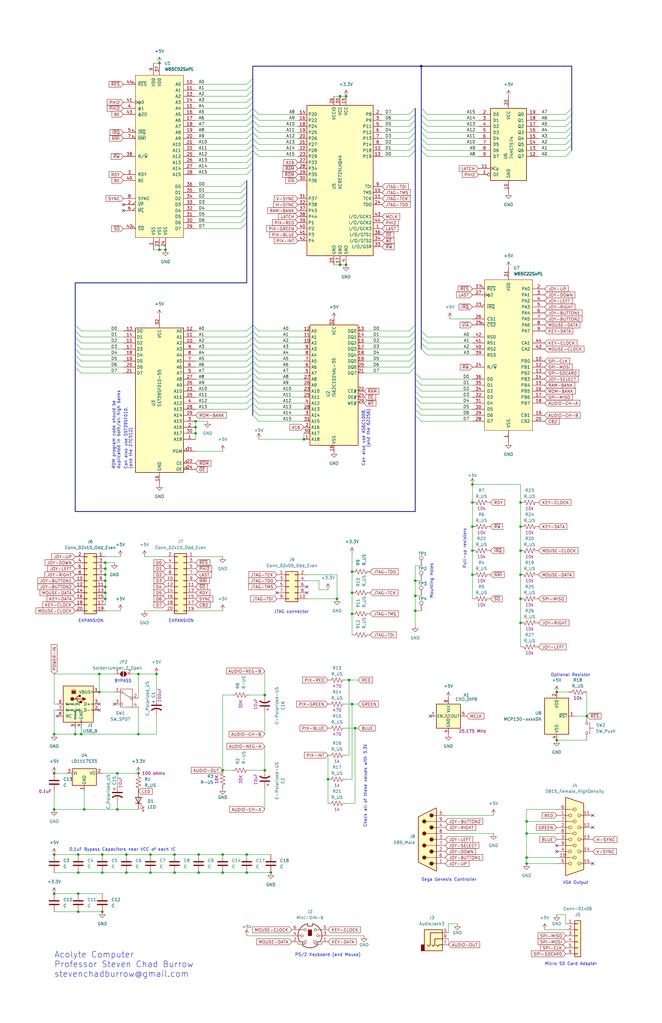
<source format=kicad_sch>
(kicad_sch (version 20211123) (generator eeschema)
  (paper "B" portrait)
  (junction (at 44.45 247.65))
  (junction (at 147.32 287.02))
  (junction (at 247.65 302.26))
  (junction (at 22.86 377.19))
  (junction (at 73.66 360.68))
  (junction (at 83.82 368.3))
  (junction (at 175.26 245.11))
  (junction (at 128.27 185.42))
  (junction (at 44.45 250.19))
  (junction (at 63.5 360.68))
  (junction (at 199.39 204.47))
  (junction (at 58.42 309.88))
  (junction (at 82.55 180.34))
  (junction (at 222.25 351.79))
  (junction (at 44.45 237.49))
  (junction (at 33.02 368.3))
  (junction (at 83.82 360.68))
  (junction (at 31.75 309.88))
  (junction (at 199.39 232.41))
  (junction (at 41.91 292.1))
  (junction (at 43.18 368.3))
  (junction (at 219.71 242.57))
  (junction (at 177.8 27.94))
  (junction (at 234.95 312.42))
  (junction (at 149.86 307.34))
  (junction (at 199.39 222.25))
  (junction (at 93.98 368.3))
  (junction (at 69.85 105.41))
  (junction (at 148.59 259.08))
  (junction (at 199.39 242.57))
  (junction (at 63.5 368.3))
  (junction (at 49.53 326.39))
  (junction (at 53.34 360.68))
  (junction (at 93.98 360.68))
  (junction (at 22.86 360.68))
  (junction (at 22.86 326.39))
  (junction (at 104.14 360.68))
  (junction (at 41.91 284.48))
  (junction (at 22.86 309.88))
  (junction (at 146.05 40.64))
  (junction (at 234.95 292.1))
  (junction (at 148.59 297.18))
  (junction (at 93.98 325.12))
  (junction (at 44.45 252.73))
  (junction (at 104.14 368.3))
  (junction (at 148.59 250.19))
  (junction (at 35.56 341.63))
  (junction (at 219.71 252.73))
  (junction (at 222.25 361.95))
  (junction (at 222.25 364.49))
  (junction (at 146.05 111.76))
  (junction (at 33.02 384.81))
  (junction (at 142.24 252.73))
  (junction (at 58.42 284.48))
  (junction (at 111.76 325.12))
  (junction (at 43.18 384.81))
  (junction (at 138.43 328.93))
  (junction (at 67.31 26.67))
  (junction (at 73.66 368.3))
  (junction (at 67.31 105.41))
  (junction (at 82.55 177.8))
  (junction (at 22.86 341.63))
  (junction (at 49.53 341.63))
  (junction (at 143.51 111.76))
  (junction (at 111.76 293.37))
  (junction (at 114.3 368.3))
  (junction (at 219.71 212.09))
  (junction (at 33.02 360.68))
  (junction (at 82.55 182.88))
  (junction (at 44.45 245.11))
  (junction (at 219.71 232.41))
  (junction (at 44.45 240.03))
  (junction (at 175.26 257.81))
  (junction (at 33.02 377.19))
  (junction (at 53.34 368.3))
  (junction (at 199.39 212.09))
  (junction (at 175.26 251.46))
  (junction (at 219.71 222.25))
  (junction (at 143.51 40.64))
  (junction (at 66.04 284.48))
  (junction (at 148.59 241.3))
  (junction (at 44.45 242.57))
  (junction (at 219.71 262.89))
  (junction (at 43.18 360.68))
  (junction (at 34.29 309.88))
  (junction (at 58.42 326.39))
  (junction (at 222.25 346.71))
  (no_connect (at 129.54 250.19))
  (no_connect (at 181.61 302.26))
  (no_connect (at 48.26 297.18))
  (no_connect (at 41.91 297.18))
  (no_connect (at 41.91 299.72))
  (no_connect (at 234.95 359.41))
  (no_connect (at 234.95 356.87))
  (no_connect (at 250.19 344.17))
  (no_connect (at 250.19 349.25))
  (no_connect (at 250.19 364.49))
  (no_connect (at 24.13 302.26))
  (no_connect (at 116.84 250.19))
  (no_connect (at 129.54 247.65))
  (no_connect (at 52.07 86.36))
  (no_connect (at 52.07 88.9))
  (bus_entry (at 106.68 165.1) (size 2.54 2.54))
  (bus_entry (at 180.34 147.32) (size -2.54 -2.54))
  (bus_entry (at 180.34 55.88) (size -2.54 -2.54))
  (bus_entry (at 106.68 149.86) (size 2.54 2.54))
  (bus_entry (at 177.8 167.64) (size -2.54 -2.54))
  (bus_entry (at 180.34 48.26) (size -2.54 -2.54))
  (bus_entry (at 34.29 142.24) (size -2.54 -2.54))
  (bus_entry (at 104.14 152.4) (size 2.54 -2.54))
  (bus_entry (at 106.68 172.72) (size 2.54 2.54))
  (bus_entry (at 177.8 165.1) (size -2.54 -2.54))
  (bus_entry (at 238.76 55.88) (size 2.54 -2.54))
  (bus_entry (at 238.76 50.8) (size 2.54 -2.54))
  (bus_entry (at 288.29 20.32) (size 2.54 2.54))
  (bus_entry (at 172.72 58.42) (size 2.54 -2.54))
  (bus_entry (at 104.14 160.02) (size 2.54 -2.54))
  (bus_entry (at 180.34 149.86) (size -2.54 -2.54))
  (bus_entry (at 172.72 48.26) (size 2.54 -2.54))
  (bus_entry (at 106.68 137.16) (size 2.54 2.54))
  (bus_entry (at 180.34 60.96) (size -2.54 -2.54))
  (bus_entry (at 106.68 157.48) (size 2.54 2.54))
  (bus_entry (at 106.68 170.18) (size 2.54 2.54))
  (bus_entry (at 180.34 50.8) (size -2.54 -2.54))
  (bus_entry (at 106.68 142.24) (size 2.54 2.54))
  (bus_entry (at 180.34 53.34) (size -2.54 -2.54))
  (bus_entry (at 109.22 48.26) (size -2.54 -2.54))
  (bus_entry (at 106.68 139.7) (size 2.54 2.54))
  (bus_entry (at 104.14 157.48) (size 2.54 -2.54))
  (bus_entry (at 109.22 53.34) (size -2.54 -2.54))
  (bus_entry (at 106.68 175.26) (size 2.54 2.54))
  (bus_entry (at 109.22 58.42) (size -2.54 -2.54))
  (bus_entry (at 172.72 55.88) (size 2.54 -2.54))
  (bus_entry (at 109.22 63.5) (size -2.54 -2.54))
  (bus_entry (at 172.72 139.7) (size 2.54 -2.54))
  (bus_entry (at 101.6 96.52) (size 2.54 -2.54))
  (bus_entry (at 101.6 91.44) (size 2.54 -2.54))
  (bus_entry (at 101.6 93.98) (size 2.54 -2.54))
  (bus_entry (at 101.6 88.9) (size 2.54 -2.54))
  (bus_entry (at 101.6 86.36) (size 2.54 -2.54))
  (bus_entry (at 180.34 142.24) (size -2.54 -2.54))
  (bus_entry (at 180.34 58.42) (size -2.54 -2.54))
  (bus_entry (at 288.29 25.4) (size 2.54 2.54))
  (bus_entry (at 104.14 154.94) (size 2.54 -2.54))
  (bus_entry (at 34.29 152.4) (size -2.54 -2.54))
  (bus_entry (at 238.76 60.96) (size 2.54 -2.54))
  (bus_entry (at 288.29 38.1) (size 2.54 2.54))
  (bus_entry (at 104.14 149.86) (size 2.54 -2.54))
  (bus_entry (at 106.68 167.64) (size 2.54 2.54))
  (bus_entry (at 238.76 48.26) (size 2.54 -2.54))
  (bus_entry (at 104.14 73.66) (size 2.54 -2.54))
  (bus_entry (at 104.14 55.88) (size 2.54 -2.54))
  (bus_entry (at 104.14 53.34) (size 2.54 -2.54))
  (bus_entry (at 104.14 58.42) (size 2.54 -2.54))
  (bus_entry (at 104.14 63.5) (size 2.54 -2.54))
  (bus_entry (at 104.14 60.96) (size 2.54 -2.54))
  (bus_entry (at 104.14 71.12) (size 2.54 -2.54))
  (bus_entry (at 104.14 66.04) (size 2.54 -2.54))
  (bus_entry (at 104.14 68.58) (size 2.54 -2.54))
  (bus_entry (at 104.14 48.26) (size 2.54 -2.54))
  (bus_entry (at 104.14 50.8) (size 2.54 -2.54))
  (bus_entry (at 104.14 45.72) (size 2.54 -2.54))
  (bus_entry (at 104.14 40.64) (size 2.54 -2.54))
  (bus_entry (at 104.14 38.1) (size 2.54 -2.54))
  (bus_entry (at 104.14 35.56) (size 2.54 -2.54))
  (bus_entry (at 104.14 43.18) (size 2.54 -2.54))
  (bus_entry (at 288.29 22.86) (size 2.54 2.54))
  (bus_entry (at 104.14 139.7) (size 2.54 -2.54))
  (bus_entry (at 177.8 172.72) (size -2.54 -2.54))
  (bus_entry (at 106.68 152.4) (size 2.54 2.54))
  (bus_entry (at 34.29 144.78) (size -2.54 -2.54))
  (bus_entry (at 109.22 55.88) (size -2.54 -2.54))
  (bus_entry (at 288.29 50.8) (size 2.54 2.54))
  (bus_entry (at 34.29 154.94) (size -2.54 -2.54))
  (bus_entry (at 104.14 144.78) (size 2.54 -2.54))
  (bus_entry (at 180.34 144.78) (size -2.54 -2.54))
  (bus_entry (at 172.72 149.86) (size 2.54 -2.54))
  (bus_entry (at 106.68 160.02) (size 2.54 2.54))
  (bus_entry (at 288.29 35.56) (size 2.54 2.54))
  (bus_entry (at 172.72 154.94) (size 2.54 -2.54))
  (bus_entry (at 172.72 147.32) (size 2.54 -2.54))
  (bus_entry (at 34.29 147.32) (size -2.54 -2.54))
  (bus_entry (at 106.68 162.56) (size 2.54 2.54))
  (bus_entry (at 172.72 157.48) (size 2.54 -2.54))
  (bus_entry (at 109.22 50.8) (size -2.54 -2.54))
  (bus_entry (at 172.72 66.04) (size 2.54 -2.54))
  (bus_entry (at 34.29 139.7) (size -2.54 -2.54))
  (bus_entry (at 109.22 60.96) (size -2.54 -2.54))
  (bus_entry (at 177.8 160.02) (size -2.54 -2.54))
  (bus_entry (at 238.76 66.04) (size 2.54 -2.54))
  (bus_entry (at 177.8 175.26) (size -2.54 -2.54))
  (bus_entry (at 34.29 157.48) (size -2.54 -2.54))
  (bus_entry (at 238.76 53.34) (size 2.54 -2.54))
  (bus_entry (at 288.29 58.42) (size 2.54 2.54))
  (bus_entry (at 104.14 167.64) (size 2.54 -2.54))
  (bus_entry (at 172.72 50.8) (size 2.54 -2.54))
  (bus_entry (at 172.72 63.5) (size 2.54 -2.54))
  (bus_entry (at 172.72 152.4) (size 2.54 -2.54))
  (bus_entry (at 109.22 66.04) (size -2.54 -2.54))
  (bus_entry (at 288.29 53.34) (size 2.54 2.54))
  (bus_entry (at 34.29 149.86) (size -2.54 -2.54))
  (bus_entry (at 106.68 147.32) (size 2.54 2.54))
  (bus_entry (at 288.29 43.18) (size 2.54 2.54))
  (bus_entry (at 177.8 177.8) (size -2.54 -2.54))
  (bus_entry (at 177.8 162.56) (size -2.54 -2.54))
  (bus_entry (at 238.76 58.42) (size 2.54 -2.54))
  (bus_entry (at 106.68 144.78) (size 2.54 2.54))
  (bus_entry (at 180.34 63.5) (size -2.54 -2.54))
  (bus_entry (at 288.29 55.88) (size 2.54 2.54))
  (bus_entry (at 172.72 60.96) (size 2.54 -2.54))
  (bus_entry (at 104.14 162.56) (size 2.54 -2.54))
  (bus_entry (at 288.29 48.26) (size 2.54 2.54))
  (bus_entry (at 238.76 63.5) (size 2.54 -2.54))
  (bus_entry (at 288.29 40.64) (size 2.54 2.54))
  (bus_entry (at 106.68 154.94) (size 2.54 2.54))
  (bus_entry (at 172.72 142.24) (size 2.54 -2.54))
  (bus_entry (at 104.14 170.18) (size 2.54 -2.54))
  (bus_entry (at 104.14 147.32) (size 2.54 -2.54))
  (bus_entry (at 288.29 30.48) (size 2.54 2.54))
  (bus_entry (at 177.8 170.18) (size -2.54 -2.54))
  (bus_entry (at 104.14 172.72) (size 2.54 -2.54))
  (bus_entry (at 288.29 33.02) (size 2.54 2.54))
  (bus_entry (at 288.29 27.94) (size 2.54 2.54))
  (bus_entry (at 104.14 142.24) (size 2.54 -2.54))
  (bus_entry (at 180.34 66.04) (size -2.54 -2.54))
  (bus_entry (at 172.72 144.78) (size 2.54 -2.54))
  (bus_entry (at 172.72 53.34) (size 2.54 -2.54))
  (bus_entry (at 288.29 45.72) (size 2.54 2.54))
  (bus_entry (at 101.6 83.82) (size 2.54 -2.54))
  (bus_entry (at 101.6 81.28) (size 2.54 -2.54))
  (bus_entry (at 101.6 78.74) (size 2.54 -2.54))
  (bus_entry (at 104.14 165.1) (size 2.54 -2.54))
  (wire (pts (xy 222.25 364.49) (xy 234.95 364.49)))
  (bus (pts (xy 175.26 50.8) (xy 175.26 53.34)))
  (bus (pts (xy 177.8 27.94) (xy 177.8 45.72)))
  (wire (pts (xy 125.73 55.88) (xy 109.22 55.88)))
  (wire (pts (xy 66.04 302.26) (xy 66.04 309.88)))
  (wire (pts (xy 125.73 58.42) (xy 109.22 58.42)))
  (wire (pts (xy 199.39 252.73) (xy 199.39 242.57)))
  (wire (pts (xy 227.33 66.04) (xy 238.76 66.04)))
  (wire (pts (xy 93.98 325.12) (xy 93.98 293.37)))
  (bus (pts (xy 106.68 27.94) (xy 177.8 27.94)))
  (wire (pts (xy 58.42 298.45) (xy 58.42 309.88)))
  (bus (pts (xy 106.68 71.12) (xy 106.68 68.58)))
  (bus (pts (xy 106.68 144.78) (xy 106.68 147.32)))
  (wire (pts (xy 111.76 341.63) (xy 111.76 332.74)))
  (wire (pts (xy 109.22 144.78) (xy 128.27 144.78)))
  (wire (pts (xy 52.07 154.94) (xy 34.29 154.94)))
  (wire (pts (xy 44.45 252.73) (xy 44.45 255.27)))
  (wire (pts (xy 82.55 190.5) (xy 93.98 190.5)))
  (wire (pts (xy 114.3 368.3) (xy 104.14 368.3)))
  (wire (pts (xy 199.39 222.25) (xy 199.39 232.41)))
  (bus (pts (xy 106.68 142.24) (xy 106.68 144.78)))
  (bus (pts (xy 175.26 48.26) (xy 175.26 50.8)))
  (bus (pts (xy 241.3 27.94) (xy 241.3 45.72)))
  (wire (pts (xy 219.71 252.73) (xy 219.71 262.89)))
  (wire (pts (xy 63.5 360.68) (xy 73.66 360.68)))
  (wire (pts (xy 290.83 22.86) (xy 309.88 22.86)))
  (bus (pts (xy 175.26 175.26) (xy 175.26 215.9)))
  (wire (pts (xy 109.22 172.72) (xy 128.27 172.72)))
  (wire (pts (xy 199.39 204.47) (xy 219.71 204.47)))
  (bus (pts (xy 175.26 152.4) (xy 175.26 154.94)))
  (bus (pts (xy 106.68 165.1) (xy 106.68 167.64)))
  (wire (pts (xy 44.45 237.49) (xy 48.26 237.49)))
  (bus (pts (xy 241.3 50.8) (xy 241.3 53.34)))
  (wire (pts (xy 199.39 144.78) (xy 180.34 144.78)))
  (wire (pts (xy 109.22 139.7) (xy 128.27 139.7)))
  (wire (pts (xy 125.73 60.96) (xy 109.22 60.96)))
  (bus (pts (xy 106.68 157.48) (xy 106.68 154.94)))
  (wire (pts (xy 153.67 142.24) (xy 172.72 142.24)))
  (wire (pts (xy 222.25 351.79) (xy 222.25 361.95)))
  (bus (pts (xy 106.68 160.02) (xy 106.68 157.48)))
  (wire (pts (xy 82.55 48.26) (xy 104.14 48.26)))
  (wire (pts (xy 52.07 142.24) (xy 34.29 142.24)))
  (wire (pts (xy 82.55 66.04) (xy 104.14 66.04)))
  (bus (pts (xy 106.68 40.64) (xy 106.68 43.18)))
  (bus (pts (xy 175.26 149.86) (xy 175.26 152.4)))
  (wire (pts (xy 33.02 368.3) (xy 43.18 368.3)))
  (bus (pts (xy 104.14 93.98) (xy 104.14 119.38)))
  (wire (pts (xy 161.29 55.88) (xy 172.72 55.88)))
  (bus (pts (xy 241.3 60.96) (xy 241.3 63.5)))
  (wire (pts (xy 55.88 284.48) (xy 58.42 284.48)))
  (bus (pts (xy 104.14 81.28) (xy 104.14 83.82)))
  (wire (pts (xy 201.93 60.96) (xy 180.34 60.96)))
  (wire (pts (xy 147.32 287.02) (xy 146.05 287.02)))
  (wire (pts (xy 199.39 212.09) (xy 199.39 222.25)))
  (wire (pts (xy 52.07 147.32) (xy 34.29 147.32)))
  (wire (pts (xy 34.29 309.88) (xy 34.29 307.34)))
  (wire (pts (xy 175.26 238.76) (xy 177.8 238.76)))
  (bus (pts (xy 175.26 165.1) (xy 175.26 167.64)))
  (wire (pts (xy 50.8 257.81) (xy 44.45 257.81)))
  (wire (pts (xy 33.02 360.68) (xy 43.18 360.68)))
  (wire (pts (xy 290.83 48.26) (xy 309.88 48.26)))
  (wire (pts (xy 44.45 242.57) (xy 44.45 245.11)))
  (wire (pts (xy 199.39 175.26) (xy 177.8 175.26)))
  (bus (pts (xy 177.8 58.42) (xy 177.8 60.96)))
  (wire (pts (xy 24.13 299.72) (xy 22.86 299.72)))
  (bus (pts (xy 106.68 55.88) (xy 106.68 58.42)))
  (wire (pts (xy 125.73 53.34) (xy 109.22 53.34)))
  (wire (pts (xy 146.05 111.76) (xy 143.51 111.76)))
  (wire (pts (xy 82.55 162.56) (xy 104.14 162.56)))
  (bus (pts (xy 106.68 33.02) (xy 106.68 27.94)))
  (wire (pts (xy 189.865 134.62) (xy 199.39 134.62)))
  (wire (pts (xy 227.33 50.8) (xy 238.76 50.8)))
  (wire (pts (xy 227.33 63.5) (xy 238.76 63.5)))
  (bus (pts (xy 175.26 167.64) (xy 175.26 170.18)))
  (wire (pts (xy 240.03 292.1) (xy 234.95 292.1)))
  (wire (pts (xy 82.55 53.34) (xy 104.14 53.34)))
  (wire (pts (xy 290.83 60.96) (xy 309.88 60.96)))
  (wire (pts (xy 234.95 341.63) (xy 222.25 341.63)))
  (wire (pts (xy 138.43 328.93) (xy 138.43 339.09)))
  (wire (pts (xy 149.86 307.34) (xy 146.05 307.34)))
  (wire (pts (xy 82.55 91.44) (xy 101.6 91.44)))
  (bus (pts (xy 175.26 63.5) (xy 175.26 137.16)))
  (wire (pts (xy 44.45 240.03) (xy 44.45 242.57)))
  (bus (pts (xy 31.75 152.4) (xy 31.75 154.94)))
  (wire (pts (xy 143.51 40.64) (xy 140.97 40.64)))
  (wire (pts (xy 83.82 368.3) (xy 93.98 368.3)))
  (wire (pts (xy 234.95 312.42) (xy 247.65 312.42)))
  (wire (pts (xy 82.55 185.42) (xy 82.55 182.88)))
  (wire (pts (xy 175.26 251.46) (xy 175.26 245.11)))
  (wire (pts (xy 161.29 58.42) (xy 172.72 58.42)))
  (bus (pts (xy 106.68 48.26) (xy 106.68 50.8)))
  (wire (pts (xy 219.71 232.41) (xy 219.71 242.57)))
  (wire (pts (xy 49.53 326.39) (xy 58.42 326.39)))
  (bus (pts (xy 177.8 63.5) (xy 177.8 139.7)))
  (wire (pts (xy 199.39 172.72) (xy 177.8 172.72)))
  (bus (pts (xy 177.8 53.34) (xy 177.8 55.88)))
  (wire (pts (xy 151.13 297.18) (xy 148.59 297.18)))
  (wire (pts (xy 109.22 167.64) (xy 128.27 167.64)))
  (wire (pts (xy 83.82 368.3) (xy 73.66 368.3)))
  (wire (pts (xy 82.55 172.72) (xy 104.14 172.72)))
  (wire (pts (xy 31.75 309.88) (xy 31.75 307.34)))
  (wire (pts (xy 148.59 259.08) (xy 148.59 267.97)))
  (wire (pts (xy 82.55 170.18) (xy 104.14 170.18)))
  (bus (pts (xy 106.68 172.72) (xy 106.68 175.26)))
  (wire (pts (xy 199.39 142.24) (xy 180.34 142.24)))
  (wire (pts (xy 219.71 262.89) (xy 219.71 273.05)))
  (wire (pts (xy 109.22 162.56) (xy 128.27 162.56)))
  (wire (pts (xy 175.26 257.81) (xy 175.26 251.46)))
  (wire (pts (xy 208.28 344.17) (xy 187.96 344.17)))
  (wire (pts (xy 82.55 63.5) (xy 104.14 63.5)))
  (wire (pts (xy 148.59 241.3) (xy 148.59 250.19)))
  (bus (pts (xy 104.14 88.9) (xy 104.14 91.44)))
  (wire (pts (xy 222.25 361.95) (xy 222.25 364.49)))
  (wire (pts (xy 227.33 53.34) (xy 238.76 53.34)))
  (wire (pts (xy 290.83 50.8) (xy 309.88 50.8)))
  (wire (pts (xy 208.28 351.79) (xy 187.96 351.79)))
  (wire (pts (xy 134.62 245.11) (xy 134.62 248.92)))
  (wire (pts (xy 201.93 48.26) (xy 180.34 48.26)))
  (wire (pts (xy 234.95 386.08) (xy 238.76 386.08)))
  (bus (pts (xy 106.68 170.18) (xy 106.68 172.72)))
  (bus (pts (xy 175.26 157.48) (xy 175.26 160.02)))
  (bus (pts (xy 177.8 144.78) (xy 177.8 147.32)))
  (wire (pts (xy 53.34 360.68) (xy 63.5 360.68)))
  (wire (pts (xy 148.59 250.19) (xy 148.59 259.08)))
  (wire (pts (xy 148.59 233.68) (xy 148.59 241.3)))
  (wire (pts (xy 219.71 204.47) (xy 219.71 212.09)))
  (bus (pts (xy 175.26 162.56) (xy 175.26 165.1)))
  (wire (pts (xy 44.45 250.19) (xy 44.45 252.73)))
  (wire (pts (xy 44.45 237.49) (xy 44.45 240.03)))
  (bus (pts (xy 106.68 160.02) (xy 106.68 162.56)))
  (wire (pts (xy 175.26 251.46) (xy 177.8 251.46)))
  (wire (pts (xy 227.33 55.88) (xy 238.76 55.88)))
  (wire (pts (xy 219.71 242.57) (xy 219.71 252.73)))
  (wire (pts (xy 49.53 341.63) (xy 58.42 341.63)))
  (wire (pts (xy 109.22 160.02) (xy 128.27 160.02)))
  (wire (pts (xy 189.23 389.89) (xy 193.04 389.89)))
  (wire (pts (xy 82.55 234.95) (xy 93.98 234.95)))
  (wire (pts (xy 82.55 144.78) (xy 104.14 144.78)))
  (bus (pts (xy 106.68 68.58) (xy 106.68 66.04)))
  (wire (pts (xy 153.67 147.32) (xy 172.72 147.32)))
  (bus (pts (xy 175.26 175.26) (xy 175.26 172.72)))
  (wire (pts (xy 93.98 360.68) (xy 104.14 360.68)))
  (wire (pts (xy 64.77 26.67) (xy 67.31 26.67)))
  (bus (pts (xy 106.68 43.18) (xy 106.68 45.72)))
  (wire (pts (xy 290.83 40.64) (xy 309.88 40.64)))
  (wire (pts (xy 58.42 284.48) (xy 58.42 294.64)))
  (wire (pts (xy 199.39 177.8) (xy 177.8 177.8)))
  (wire (pts (xy 138.43 394.97) (xy 153.67 394.97)))
  (bus (pts (xy 104.14 91.44) (xy 104.14 93.98)))
  (wire (pts (xy 44.45 247.65) (xy 44.45 250.19)))
  (bus (pts (xy 106.68 147.32) (xy 106.68 149.86)))
  (wire (pts (xy 82.55 71.12) (xy 104.14 71.12)))
  (wire (pts (xy 109.22 157.48) (xy 128.27 157.48)))
  (wire (pts (xy 82.55 142.24) (xy 104.14 142.24)))
  (wire (pts (xy 109.22 154.94) (xy 128.27 154.94)))
  (wire (pts (xy 82.55 55.88) (xy 104.14 55.88)))
  (wire (pts (xy 125.73 66.04) (xy 109.22 66.04)))
  (wire (pts (xy 82.55 157.48) (xy 104.14 157.48)))
  (wire (pts (xy 199.39 162.56) (xy 177.8 162.56)))
  (wire (pts (xy 238.76 386.08) (xy 238.76 389.89)))
  (wire (pts (xy 82.55 177.8) (xy 82.55 180.34)))
  (bus (pts (xy 106.68 58.42) (xy 106.68 60.96)))
  (wire (pts (xy 134.62 248.92) (xy 138.43 248.92)))
  (wire (pts (xy 201.93 66.04) (xy 180.34 66.04)))
  (wire (pts (xy 142.24 252.73) (xy 142.24 242.57)))
  (bus (pts (xy 177.8 50.8) (xy 177.8 53.34)))
  (wire (pts (xy 146.05 328.93) (xy 148.59 328.93)))
  (bus (pts (xy 106.68 137.16) (xy 106.68 139.7)))
  (bus (pts (xy 175.26 60.96) (xy 175.26 63.5)))
  (wire (pts (xy 63.5 368.3) (xy 53.34 368.3)))
  (wire (pts (xy 146.05 339.09) (xy 149.86 339.09)))
  (wire (pts (xy 247.65 302.26) (xy 242.57 302.26)))
  (wire (pts (xy 22.86 309.88) (xy 31.75 309.88)))
  (bus (pts (xy 104.14 83.82) (xy 104.14 86.36)))
  (wire (pts (xy 227.33 60.96) (xy 238.76 60.96)))
  (wire (pts (xy 49.53 331.47) (xy 49.53 326.39)))
  (bus (pts (xy 104.14 119.38) (xy 31.75 119.38)))
  (wire (pts (xy 199.39 232.41) (xy 199.39 242.57)))
  (wire (pts (xy 148.59 297.18) (xy 146.05 297.18)))
  (wire (pts (xy 161.29 66.04) (xy 172.72 66.04)))
  (wire (pts (xy 22.86 299.72) (xy 22.86 309.88)))
  (wire (pts (xy 97.79 325.12) (xy 93.98 325.12)))
  (wire (pts (xy 290.83 45.72) (xy 309.88 45.72)))
  (wire (pts (xy 290.83 55.88) (xy 309.88 55.88)))
  (wire (pts (xy 44.45 245.11) (xy 44.45 247.65)))
  (wire (pts (xy 33.02 384.81) (xy 43.18 384.81)))
  (wire (pts (xy 109.22 170.18) (xy 128.27 170.18)))
  (wire (pts (xy 35.56 341.63) (xy 49.53 341.63)))
  (wire (pts (xy 50.8 234.95) (xy 44.45 234.95)))
  (bus (pts (xy 106.68 35.56) (xy 106.68 38.1)))
  (wire (pts (xy 35.56 341.63) (xy 35.56 334.01)))
  (wire (pts (xy 73.66 368.3) (xy 63.5 368.3)))
  (wire (pts (xy 93.98 368.3) (xy 104.14 368.3)))
  (wire (pts (xy 290.83 33.02) (xy 309.88 33.02)))
  (wire (pts (xy 93.98 257.81) (xy 82.55 257.81)))
  (bus (pts (xy 104.14 76.2) (xy 104.14 78.74)))
  (bus (pts (xy 241.3 48.26) (xy 241.3 50.8)))
  (bus (pts (xy 31.75 119.38) (xy 31.75 137.16)))
  (wire (pts (xy 31.75 309.88) (xy 34.29 309.88)))
  (wire (pts (xy 199.39 160.02) (xy 177.8 160.02)))
  (wire (pts (xy 146.05 40.64) (xy 143.51 40.64)))
  (bus (pts (xy 241.3 45.72) (xy 241.3 48.26)))
  (wire (pts (xy 52.07 152.4) (xy 34.29 152.4)))
  (bus (pts (xy 175.26 144.78) (xy 175.26 147.32)))
  (bus (pts (xy 175.26 53.34) (xy 175.26 55.88)))
  (wire (pts (xy 290.83 25.4) (xy 309.88 25.4)))
  (wire (pts (xy 83.82 360.68) (xy 93.98 360.68)))
  (wire (pts (xy 234.95 361.95) (xy 222.25 361.95)))
  (wire (pts (xy 82.55 86.36) (xy 101.6 86.36)))
  (bus (pts (xy 175.26 160.02) (xy 175.26 162.56)))
  (wire (pts (xy 66.04 284.48) (xy 66.04 294.64)))
  (wire (pts (xy 143.51 111.76) (xy 140.97 111.76)))
  (bus (pts (xy 106.68 162.56) (xy 106.68 165.1)))
  (wire (pts (xy 67.31 105.41) (xy 69.85 105.41)))
  (wire (pts (xy 161.29 53.34) (xy 172.72 53.34)))
  (bus (pts (xy 106.68 149.86) (xy 106.68 152.4)))
  (bus (pts (xy 177.8 48.26) (xy 177.8 50.8)))
  (wire (pts (xy 43.18 360.68) (xy 53.34 360.68)))
  (wire (pts (xy 82.55 177.8) (xy 87.63 177.8)))
  (wire (pts (xy 43.18 326.39) (xy 49.53 326.39)))
  (wire (pts (xy 290.83 43.18) (xy 309.88 43.18)))
  (wire (pts (xy 82.55 58.42) (xy 104.14 58.42)))
  (wire (pts (xy 41.91 284.48) (xy 48.26 284.48)))
  (bus (pts (xy 106.68 63.5) (xy 106.68 66.04)))
  (wire (pts (xy 199.39 170.18) (xy 177.8 170.18)))
  (wire (pts (xy 82.55 165.1) (xy 104.14 165.1)))
  (wire (pts (xy 175.26 257.81) (xy 177.8 257.81)))
  (bus (pts (xy 177.8 139.7) (xy 177.8 142.24)))
  (wire (pts (xy 111.76 309.88) (xy 111.76 300.99)))
  (wire (pts (xy 82.55 35.56) (xy 104.14 35.56)))
  (wire (pts (xy 22.86 368.3) (xy 33.02 368.3)))
  (wire (pts (xy 290.83 58.42) (xy 309.88 58.42)))
  (wire (pts (xy 125.73 48.26) (xy 109.22 48.26)))
  (bus (pts (xy 106.68 50.8) (xy 106.68 53.34)))
  (wire (pts (xy 290.83 38.1) (xy 309.88 38.1)))
  (wire (pts (xy 41.91 284.48) (xy 41.91 292.1)))
  (wire (pts (xy 138.43 318.77) (xy 138.43 328.93)))
  (bus (pts (xy 106.68 71.12) (xy 106.68 137.16)))
  (wire (pts (xy 82.55 167.64) (xy 104.14 167.64)))
  (bus (pts (xy 31.75 215.9) (xy 175.26 215.9)))
  (wire (pts (xy 199.39 147.32) (xy 180.34 147.32)))
  (bus (pts (xy 106.68 152.4) (xy 106.68 154.94)))
  (wire (pts (xy 222.25 346.71) (xy 222.25 351.79)))
  (wire (pts (xy 175.26 245.11) (xy 177.8 245.11)))
  (wire (pts (xy 82.55 147.32) (xy 104.14 147.32)))
  (wire (pts (xy 22.86 360.68) (xy 33.02 360.68)))
  (wire (pts (xy 22.86 377.19) (xy 33.02 377.19)))
  (wire (pts (xy 227.33 58.42) (xy 238.76 58.42)))
  (bus (pts (xy 106.68 45.72) (xy 106.68 48.26)))
  (wire (pts (xy 60.96 234.95) (xy 69.85 234.95)))
  (wire (pts (xy 109.22 142.24) (xy 128.27 142.24)))
  (wire (pts (xy 229.87 392.43) (xy 238.76 392.43)))
  (bus (pts (xy 175.26 154.94) (xy 175.26 157.48)))
  (wire (pts (xy 73.66 360.68) (xy 83.82 360.68)))
  (wire (pts (xy 82.55 78.74) (xy 101.6 78.74)))
  (bus (pts (xy 106.68 60.96) (xy 106.68 63.5)))
  (wire (pts (xy 22.86 326.39) (xy 27.94 326.39)))
  (wire (pts (xy 82.55 43.18) (xy 104.14 43.18)))
  (wire (pts (xy 34.29 309.88) (xy 58.42 309.88)))
  (wire (pts (xy 22.86 341.63) (xy 22.86 334.01)))
  (bus (pts (xy 31.75 154.94) (xy 31.75 215.9)))
  (bus (pts (xy 106.68 53.34) (xy 106.68 55.88)))
  (wire (pts (xy 52.07 149.86) (xy 34.29 149.86)))
  (wire (pts (xy 82.55 40.64) (xy 104.14 40.64)))
  (wire (pts (xy 109.22 165.1) (xy 128.27 165.1)))
  (wire (pts (xy 147.32 287.02) (xy 147.32 318.77)))
  (wire (pts (xy 199.39 149.86) (xy 180.34 149.86)))
  (wire (pts (xy 125.73 50.8) (xy 109.22 50.8)))
  (wire (pts (xy 52.07 139.7) (xy 34.29 139.7)))
  (bus (pts (xy 175.26 147.32) (xy 175.26 149.86)))
  (wire (pts (xy 82.55 38.1) (xy 104.14 38.1)))
  (wire (pts (xy 22.86 284.48) (xy 41.91 284.48)))
  (wire (pts (xy 82.55 139.7) (xy 104.14 139.7)))
  (wire (pts (xy 82.55 149.86) (xy 104.14 149.86)))
  (wire (pts (xy 151.13 287.02) (xy 147.32 287.02)))
  (wire (pts (xy 109.22 147.32) (xy 128.27 147.32)))
  (wire (pts (xy 82.55 60.96) (xy 104.14 60.96)))
  (bus (pts (xy 31.75 147.32) (xy 31.75 149.86)))
  (bus (pts (xy 175.26 142.24) (xy 175.26 144.78)))
  (bus (pts (xy 175.26 139.7) (xy 175.26 142.24)))
  (wire (pts (xy 199.39 165.1) (xy 177.8 165.1)))
  (bus (pts (xy 104.14 78.74) (xy 104.14 81.28)))
  (bus (pts (xy 31.75 144.78) (xy 31.75 147.32)))
  (wire (pts (xy 22.86 297.18) (xy 22.86 284.48)))
  (wire (pts (xy 82.55 152.4) (xy 104.14 152.4)))
  (wire (pts (xy 161.29 50.8) (xy 172.72 50.8)))
  (bus (pts (xy 31.75 139.7) (xy 31.75 142.24)))
  (bus (pts (xy 31.75 142.24) (xy 31.75 144.78)))
  (wire (pts (xy 109.22 149.86) (xy 128.27 149.86)))
  (wire (pts (xy 161.29 63.5) (xy 172.72 63.5)))
  (bus (pts (xy 106.68 38.1) (xy 106.68 40.64)))
  (wire (pts (xy 53.34 368.3) (xy 43.18 368.3)))
  (wire (pts (xy 146.05 318.77) (xy 147.32 318.77)))
  (wire (pts (xy 104.14 360.68) (xy 114.3 360.68)))
  (bus (pts (xy 104.14 86.36) (xy 104.14 88.9)))
  (wire (pts (xy 109.22 175.26) (xy 128.27 175.26)))
  (wire (pts (xy 41.91 292.1) (xy 48.26 292.1)))
  (wire (pts (xy 219.71 222.25) (xy 219.71 232.41)))
  (wire (pts (xy 175.26 245.11) (xy 175.26 238.76)))
  (bus (pts (xy 106.68 167.64) (xy 106.68 170.18)))
  (wire (pts (xy 201.93 50.8) (xy 180.34 50.8)))
  (wire (pts (xy 175.26 264.16) (xy 175.26 257.81)))
  (wire (pts (xy 111.76 293.37) (xy 105.41 293.37)))
  (wire (pts (xy 151.13 307.34) (xy 149.86 307.34)))
  (bus (pts (xy 241.3 55.88) (xy 241.3 58.42)))
  (wire (pts (xy 129.54 242.57) (xy 142.24 242.57)))
  (wire (pts (xy 93.98 293.37) (xy 97.79 293.37)))
  (wire (pts (xy 82.55 88.9) (xy 101.6 88.9)))
  (wire (pts (xy 128.27 185.42) (xy 128.27 182.88)))
  (wire (pts (xy 153.67 144.78) (xy 172.72 144.78)))
  (wire (pts (xy 222.25 341.63) (xy 222.25 346.71)))
  (wire (pts (xy 125.73 63.5) (xy 109.22 63.5)))
  (wire (pts (xy 161.29 48.26) (xy 172.72 48.26)))
  (wire (pts (xy 153.67 149.86) (xy 172.72 149.86)))
  (wire (pts (xy 111.76 283.21) (xy 111.76 293.37)))
  (wire (pts (xy 22.86 384.81) (xy 33.02 384.81)))
  (wire (pts (xy 153.67 154.94) (xy 172.72 154.94)))
  (wire (pts (xy 82.55 50.8) (xy 104.14 50.8)))
  (bus (pts (xy 175.26 55.88) (xy 175.26 58.42)))
  (wire (pts (xy 82.55 45.72) (xy 104.14 45.72)))
  (wire (pts (xy 199.39 204.47) (xy 199.39 212.09)))
  (wire (pts (xy 66.04 309.88) (xy 58.42 309.88)))
  (wire (pts (xy 201.93 58.42) (xy 180.34 58.42)))
  (bus (pts (xy 177.8 27.94) (xy 241.3 27.94)))
  (bus (pts (xy 177.8 45.72) (xy 177.8 48.26)))
  (wire (pts (xy 129.54 245.11) (xy 134.62 245.11)))
  (wire (pts (xy 153.67 139.7) (xy 172.72 139.7)))
  (wire (pts (xy 109.22 152.4) (xy 128.27 152.4)))
  (bus (pts (xy 31.75 137.16) (xy 31.75 139.7)))
  (wire (pts (xy 82.55 93.98) (xy 101.6 93.98)))
  (wire (pts (xy 82.55 68.58) (xy 104.14 68.58)))
  (wire (pts (xy 109.22 177.8) (xy 128.27 177.8)))
  (wire (pts (xy 49.53 341.63) (xy 49.53 339.09)))
  (wire (pts (xy 290.83 30.48) (xy 309.88 30.48)))
  (wire (pts (xy 69.85 257.81) (xy 60.96 257.81)))
  (wire (pts (xy 149.86 307.34) (xy 149.86 339.09)))
  (wire (pts (xy 201.93 53.34) (xy 180.34 53.34)))
  (wire (pts (xy 153.67 157.48) (xy 172.72 157.48)))
  (wire (pts (xy 82.55 154.94) (xy 104.14 154.94)))
  (bus (pts (xy 177.8 142.24) (xy 177.8 144.78)))
  (wire (pts (xy 82.55 81.28) (xy 101.6 81.28)))
  (wire (pts (xy 104.14 394.97) (xy 123.19 394.97)))
  (wire (pts (xy 153.67 152.4) (xy 172.72 152.4)))
  (wire (pts (xy 111.76 314.96) (xy 111.76 325.12)))
  (bus (pts (xy 241.3 58.42) (xy 241.3 60.96)))
  (bus (pts (xy 175.26 137.16) (xy 175.26 139.7)))
  (wire (pts (xy 201.93 63.5) (xy 180.34 63.5)))
  (wire (pts (xy 82.55 96.52) (xy 101.6 96.52)))
  (wire (pts (xy 222.25 346.71) (xy 234.95 346.71)))
  (wire (pts (xy 33.02 377.19) (xy 43.18 377.19)))
  (wire (pts (xy 189.23 396.24) (xy 189.23 398.78)))
  (wire (pts (xy 290.83 53.34) (xy 309.88 53.34)))
  (wire (pts (xy 109.22 185.42) (xy 128.27 185.42)))
  (wire (pts (xy 199.39 167.64) (xy 177.8 167.64)))
  (wire (pts (xy 52.07 144.78) (xy 34.29 144.78)))
  (wire (pts (xy 82.55 83.82) (xy 101.6 83.82)))
  (wire (pts (xy 129.54 252.73) (xy 142.24 252.73)))
  (bus (pts (xy 106.68 33.02) (xy 106.68 35.56)))
  (wire (pts (xy 111.76 325.12) (xy 105.41 325.12)))
  (bus (pts (xy 106.68 139.7) (xy 106.68 142.24)))
  (wire (pts (xy 227.33 48.26) (xy 238.76 48.26)))
  (wire (pts (xy 52.07 157.48) (xy 34.29 157.48)))
  (bus (pts (xy 175.26 170.18) (xy 175.26 172.72)))
  (wire (pts (xy 247.65 292.1) (xy 247.65 302.26)))
  (wire (pts (xy 64.77 105.41) (xy 67.31 105.41)))
  (wire (pts (xy 58.42 284.48) (xy 66.04 284.48)))
  (wire (pts (xy 82.55 180.34) (xy 82.55 182.88)))
  (wire (pts (xy 290.83 27.94) (xy 309.88 27.94)))
  (wire (pts (xy 201.93 55.88) (xy 180.34 55.88)))
  (bus (pts (xy 175.26 45.72) (xy 175.26 48.26)))
  (wire (pts (xy 148.59 297.18) (xy 148.59 328.93)))
  (wire (pts (xy 222.25 351.79) (xy 234.95 351.79)))
  (wire (pts (xy 82.55 160.02) (xy 104.14 160.02)))
  (wire (pts (xy 22.86 341.63) (xy 35.56 341.63)))
  (wire (pts (xy 290.83 35.56) (xy 309.88 35.56)))
  (bus (pts (xy 177.8 60.96) (xy 177.8 63.5)))
  (bus (pts (xy 31.75 149.86) (xy 31.75 152.4)))
  (wire (pts (xy 82.55 73.66) (xy 104.14 73.66)))
  (bus (pts (xy 177.8 55.88) (xy 177.8 58.42)))
  (bus (pts (xy 175.26 58.42) (xy 175.26 60.96)))
  (wire (pts (xy 161.29 60.96) (xy 172.72 60.96)))
  (wire (pts (xy 22.86 297.18) (xy 24.13 297.18)))
  (wire (pts (xy 189.23 389.89) (xy 189.23 393.7)))
  (bus (pts (xy 241.3 53.34) (xy 241.3 55.88)))
  (wire (pts (xy 219.71 212.09) (xy 219.71 222.25)))
  (text "0.1uF Bypass Capacitors near VCC of each IC" (at 29.21 359.41 0) (effects (font (size 1.27 1.27)) (justify left bottom)))
  (text "Acolyte Computer\nSteven Chad Burrow \n2023, Public Domain" (at 240.03 -46.99 0) (effects (font (size 3.81 3.81)) (justify left bottom)))
  (text "Can also use AS6C1008,\n(and the 62256)" (at 156.21 172.72 270) (effects (font (size 1.27 1.27)) (justify right bottom)))
  (text "Optional Resistor" (at 232.41 285.75 0) (effects (font (size 1.27 1.27)) (justify left bottom)))
  (text "Can also use SST39SF010,\n(and the 27C512)" (at 55.88 198.12 90) (effects (font (size 1.27 1.27)) (justify left bottom)))
  (text "Micro SD Card Adapter" (at 229.87 407.67 0) (effects (font (size 1.27 1.27)) (justify left bottom)))
  (text "Sega Genesis Controller" (at 177.8 372.11 0) (effects (font (size 1.27 1.27)) (justify left bottom)))
  (text "EXPANSION" (at 33.02 262.89 0) (effects (font (size 1.27 1.27)) (justify left bottom)))
  (text "http://falstad.com/circuit/circuitjs.html?ctz=CQAgjCAMB0l3BWcMBMcUHYMGZIA4UA2ATmIxAUgpABZsKBTAWjDACgAlcFPcQqsDxDFCUMTSpIq06AjYBlcMRTgMowbzBqxEAGYBDADYBnBmJQKlK7NnVCbogSAMmzVC1w0hsabrxQIjuKSYjJyAOZ+3ggqXth4NKFskV5gylEoKInSbADuVqqiPJra7ABOIMWF3rbVVIRobBVVaLwOlfhiGJRNlXj+EjVFgwKUcHl9JUX9HbyQEy2dLSMTada1Ve3lk0O77e4S880ztm21pzpjvVWHu7eSYPP5mxsnhHMLb-4z9xNb2nRYtoLPl2q1aD5ZpU-htBoDKoMQRCgaIaDQplBemiMTQRHUQN0JvDwTRCIlwUdaGSoQhBFCqIT8sS4XgDjkKui2RQhFlpAS5Ey8VpRDEMU8KHTwaL6RNpcLuf5OuLpVKeStQedatjduLte1tfLxe0LqTEhdddSTdSKTDUXBaKzaPbdY7bpyETlIirBiqMCochqRel3Qh0kbaoEqKaKPxMYGFbR0QnxVVIztQ-7PrwVTM05TU+l2hnxBh87nY0XY1HS9dc-YI0Jq+K1gnU0J2CkhAg0VEENocp4u3SvNq+T7QlBZJYW3Ku42xC5TOYiUn9UnpRaze8qYk80TXfaQ2G2EA\n\nhttp://falstad.com/circuit/circuitjs.html?ctz=CQAgjCAMB0l3BWcMBMcUHYMGZIA4UA2ATmIxAUgpABZsKBTAWjDACgAlcFPEJm3mB59WKKOJpUkVGdARsAyuGJim2MUN5qxVCADMAhgBsAzg3EpFysTQHdet3rpCHT5qpa6ba6+yGyEThJS4rLyAOZ+NIQ0UcSEoWyR3iwJ3mAJMmwA7tZ8vjxavuwATiCF4BgJ2AGVmSAEkGxlFQG8NdWB4mCUTS14DnD+tZIy4L055QPDCa1dTblzvBWjUJNgKrR2K3alU+21HTPdE-3L+MdoQY3N++WSlw9UN7lHYFU+Gh+Wr4dddGI2uVJkdVgDaEMfp86ltBB8+rCYTR4jCqBh5LlwUDorEgQiceULgghISgujJuCwXgqKt8dT7lJhCgniByZiUe8EghhJy1rliWIrhQmRcFsK4VyRU5JtzzrxZQy+cdQXYjmLHMcNbyxUchQSheqYv5-kaDSDasyafTLUqBDShnbFU1Igqba6MDolUcMJBYo6fbEdbVCB7aEaQzpzQkYjS7DGlRUI3cAwnpvHE6GERUU97fRIfbcM4Dg5naAWziB40d4zSC7kNmJ02mHuxksJCAg0u3plkvO3mX5O2N7dRh3IrA3Ky32yyqK4zBYKXYNRqaxSjY6CUn1fSBbR6SmxZPvChO35W+fbOf4WslMeeQ+gvpjAuPJxzyTvHYxg9pKFx-WmwVMB0wXt4uCxOBtRZHeQGgUyPbgC4L7uMCfbLKGJ6isEo7-hi5RnieZ5mosxEXMBoqTBU2h3NqVHTDaIHSos0waisQxNEAA\n\nhttp://falstad.com/circuit/circuitjs.html?ctz=CQAgjCAMB0l3BWcMBMcUHYMGZIA4UA2ATmIxAUgpABZsKBTAWjDACgAlcFPEJm3mB59WKKOJpVs0elTnQEbAMrhiYptjFDeGsVQgAzAIYAbAM4NxKZarE0B3Xvd76Qx85arWu22pscg2IQuElIy4vKKAOYBNIQ0scSEEWwxvizJvmDJcmwA7rZ8-jw6-uwATiAl4BjJ2EE1ObQYkGyV1UG89XXB4mDwbVV4TnCBDZJyyHD5Q10NHb2tBQu81RNQM2BqtA5rDhWzY3UN3X0D7cNV+EdXITQtg9UokjfPk-dLN2C1flo-1gVTp1foFFjNTus6HZRp8oY0doIfq1Ks54TQkvCqBhFAU4cC4glgcjaPFbhQhGSsTiQZC8FR1sSBF4XghhG9xNiZujMj9WYicjMEBS0Lw+ZTBcJvskxSKNgUZdcZS9PkDxg5TrD1Wr+XLXtcCWSASTCb0DbKVfMXkyqi8jdbaczcjElVQZRg9LrTi0EtbvZ6GoR3caQIG9OCA1aHPFcstLqHDn7PtVo4d48Tqn6vZAEvSHhdePHTmnmum4y8i8qS5ttinky92GlhIQEJkm5dcj4m88Ai3JvTXREoAobFsxCnfCnJu4LFYuQ5UajJ1zSfbSWmuXTyXZN4nq1o2S2Ag2j-Yj0iNipR0fJcIp6YZ15OEeKb4HO8wrIIsOClenpdqsevi4AkQENLkl7bABbLtuAbj3p4VRPr4mD7qs1zvoE4R9t+VSHshh7mjMKAEdcTzoURly6IcUq6k8tr-u2FFOLslwMmwQA\n\nhttp://falstad.com/circuit/circuitjs.html?ctz=CQAgjCAMB0l3BWcMBMcUHYMGZIA4UA2ATmIxAUgpABZsKBTAWjDACgAlcFPEJm3mB59WKKOJpVs0elTnQEbAMrhiYptjFDeGsVQgAzAIYAbAM4NxKZarE0B3Xvd5yQx85arWu22pscg2IQuElIy4vKKAOYBNIQ0scSEEWwxvizJvmDJcmwA7rZ8-jw6-uwATiAl4BjJ2EE1OVVobJUCVAhCFMKdeshwrbR4HfbdvAij+vD5VXi89cnVQS4zS8GzTnBQM2BqtA7VzuCD7UMdwqdTA5XVaPMNd1YtN3NVkoEP714tBQuNflpalUZn9lgDAutICCGpIqHQ7FsoQV4f8jmAgVDKgg9ujkvF9BiQBhFMj-GC4gkwZiQIR8FU6YQEIs6VRiTMUbCzrREYNCCgEvyqIQMGJBeI2QV8f9hYCcjNGczeDL6StJSLperHkiaZqGZqvtC6jCHH9tUc-miMYaVbR4jbrMi7eS7VrrWLTmKHVzOR6DTFlWKA+rcgVdlphCgmQF2GlhGBRllCVCVGHo3HhPo3KYLFZONGur4HK53tJZBEFDs9rdXtUYwFcAlfKbtimq69fNVM+4c148x31R2WaFAuFXDASVUox2o66CpHFRsbdrqrpF7jtnOa+9q6rF0dDjyACYfI2LV5-LQAORo8bwbGPoPWa14V5vAnvJ+5XlenNft5ODjrr0-xXCcLp0ggEZDmA1xcmKEwCl8-QzMBQE4kCXqQS+DJ0o8mGjIG-JvL2QA" (at 10.16 567.69 0) (effects (font (size 1.27 1.27)) (justify left bottom)))
  (text "EXPANSION" (at 71.12 262.89 0) (effects (font (size 1.27 1.27)) (justify left bottom)))
  (text "Check all of these values with 3.3V" (at 154.94 349.25 90) (effects (font (size 1.27 1.27)) (justify left bottom)))
  (text "VGA Output" (at 237.49 373.38 0) (effects (font (size 1.27 1.27)) (justify left bottom)))
  (text "Pull-up resistors" (at 196.85 240.03 90) (effects (font (size 1.27 1.27)) (justify left bottom)))
  (text "BYPASS" (at 48.26 288.29 0) (effects (font (size 1.27 1.27)) (justify left bottom)))
  (text "ROM program code should be\nduplicated in both/all high banks" (at 50.8 198.12 90) (effects (font (size 1.27 1.27)) (justify left bottom)))
  (text "PS/2 Keyboard (and Mouse)" (at 124.46 403.86 0) (effects (font (size 1.27 1.27)) (justify left bottom)))
  (text "VGA graphics resolutions:\n256x240 at 16-colors\n512x240 at 4-colors\n\nPS/2 Keyboard and Mouse\nGenesis Controller\nSPI SD Card\nSquare Wave Audio\n\nW65C02 running \nat 6.29 MHz \n2KB System RAM\n30KB Video RAM\n32KB General RAM\n  (2 banks of 16KB)\n32KB Program ROM\n  (2 banks of 16KB)\n\nMemory Map:\n$0000-$07FF = System RAM + VIA\n$0800-$7FFF = Video RAM\n$8000-$BFFF = General RAM\n$C000-$FFFF = Program ROM" (at 172.72 -10.16 0) (effects (font (size 2.54 2.54)) (justify left bottom)))
  (text "Acolyte Computer\nProfessor Steven Chad Burrow\nstevenchadburrow@gmail.com" (at 22.86 412.75 0) (effects (font (size 2.54 2.54)) (justify left bottom)))
  (text "Mounting Holes" (at 182.88 252.73 90) (effects (font (size 1.27 1.27)) (justify left bottom)))
  (text "JTAG connector" (at 115.57 259.08 0) (effects (font (size 1.27 1.27)) (justify left bottom)))
  (label "A15" (at 200.66 48.26 180))
  (label "A0" (at 228.6 66.04 0))
  (label "A13" (at 83.82 172.72 0))
  (label "D6" (at 198.12 175.26 180))
  (label "D4" (at 162.56 55.88 0))
  (label "D2" (at 198.12 165.1 180))
  (label "A4" (at 228.6 55.88 0))
  (label "A13" (at 300.99 58.42 0))
  (label "A2" (at 83.82 144.78 0))
  (label "D3" (at 198.12 167.64 180))
  (label "D6" (at 49.53 154.94 180))
  (label "A7" (at 83.82 157.48 0))
  (label "A6" (at 83.82 50.8 0))
  (label "A7" (at 228.6 48.26 0))
  (label "D3" (at 162.56 58.42 0))
  (label "A15" (at 300.99 60.96 0))
  (label "A3" (at 300.99 30.48 0))
  (label "D0" (at 83.82 78.74 0))
  (label "A4" (at 300.99 33.02 0))
  (label "A2" (at 119.38 144.78 0))
  (label "D7" (at 198.12 177.8 180))
  (label "A11" (at 83.82 63.5 0))
  (label "A15" (at 124.46 66.04 180))
  (label "D4" (at 49.53 149.86 180))
  (label "A10" (at 83.82 165.1 0))
  (label "A1" (at 228.6 63.5 0))
  (label "A14" (at 300.99 53.34 0))
  (label "D5" (at 157.48 152.4 0))
  (label "D6" (at 157.48 154.94 0))
  (label "A3" (at 198.12 149.86 180))
  (label "A15" (at 83.82 73.66 0))
  (label "A10" (at 124.46 53.34 180))
  (label "A12" (at 124.46 58.42 180))
  (label "D2" (at 83.82 83.82 0))
  (label "A6" (at 228.6 50.8 0))
  (label "A4" (at 119.38 149.86 0))
  (label "A9" (at 119.38 162.56 0))
  (label "A12" (at 83.82 170.18 0))
  (label "A6" (at 300.99 38.1 0))
  (label "D7" (at 162.56 48.26 0))
  (label "D1" (at 198.12 162.56 180))
  (label "D0" (at 157.48 139.7 0))
  (label "D5" (at 49.53 152.4 180))
  (label "D7" (at 83.82 96.52 0))
  (label "A5" (at 119.38 152.4 0))
  (label "A8" (at 124.46 48.26 180))
  (label "A11" (at 119.38 167.64 0))
  (label "D6" (at 83.82 93.98 0))
  (label "A9" (at 83.82 162.56 0))
  (label "A13" (at 83.82 68.58 0))
  (label "A1" (at 83.82 142.24 0))
  (label "A13" (at 124.46 60.96 180))
  (label "A2" (at 83.82 40.64 0))
  (label "D1" (at 162.56 63.5 0))
  (label "D0" (at 49.53 139.7 180))
  (label "A0" (at 119.38 139.7 0))
  (label "A2" (at 198.12 147.32 180))
  (label "A12" (at 200.66 55.88 180))
  (label "A13" (at 200.66 53.34 180))
  (label "D3" (at 49.53 147.32 180))
  (label "D6" (at 162.56 50.8 0))
  (label "A8" (at 83.82 160.02 0))
  (label "A11" (at 300.99 43.18 0))
  (label "A15" (at 119.38 177.8 0))
  (label "A10" (at 119.38 165.1 0))
  (label "A3" (at 119.38 147.32 0))
  (label "A0" (at 300.99 22.86 0))
  (label "D2" (at 49.53 144.78 180))
  (label "D7" (at 157.48 157.48 0))
  (label "D4" (at 83.82 88.9 0))
  (label "A9" (at 300.99 50.8 0))
  (label "A14" (at 119.38 175.26 0))
  (label "A1" (at 198.12 144.78 180))
  (label "A14" (at 200.66 50.8 180))
  (label "A5" (at 228.6 53.34 0))
  (label "A0" (at 83.82 139.7 0))
  (label "D5" (at 83.82 91.44 0))
  (label "A3" (at 83.82 43.18 0))
  (label "D4" (at 157.48 149.86 0))
  (label "A8" (at 83.82 55.88 0))
  (label "D2" (at 157.48 144.78 0))
  (label "D0" (at 162.56 66.04 0))
  (label "A8" (at 119.38 160.02 0))
  (label "A12" (at 83.82 66.04 0))
  (label "A6" (at 83.82 154.94 0))
  (label "A9" (at 200.66 63.5 180))
  (label "A5" (at 83.82 48.26 0))
  (label "A1" (at 300.99 25.4 0))
  (label "A7" (at 300.99 40.64 0))
  (label "A7" (at 83.82 53.34 0))
  (label "D5" (at 162.56 53.34 0))
  (label "A12" (at 300.99 55.88 0))
  (label "A4" (at 83.82 149.86 0))
  (label "A11" (at 200.66 58.42 180))
  (label "D3" (at 83.82 86.36 0))
  (label "A14" (at 83.82 71.12 0))
  (label "A0" (at 198.12 142.24 180))
  (label "D4" (at 198.12 170.18 180))
  (label "D1" (at 49.53 142.24 180))
  (label "A12" (at 119.38 170.18 0))
  (label "A3" (at 228.6 58.42 0))
  (label "D3" (at 157.48 147.32 0))
  (label "A2" (at 300.99 27.94 0))
  (label "D7" (at 49.53 157.48 180))
  (label "A14" (at 124.46 63.5 180))
  (label "A11" (at 124.46 55.88 180))
  (label "A10" (at 300.99 45.72 0))
  (label "D2" (at 162.56 60.96 0))
  (label "A6" (at 119.38 154.94 0))
  (label "A1" (at 119.38 142.24 0))
  (label "A13" (at 119.38 172.72 0))
  (label "A5" (at 300.99 35.56 0))
  (label "D5" (at 198.12 172.72 180))
  (label "A1" (at 83.82 38.1 0))
  (label "A11" (at 83.82 167.64 0))
  (label "A10" (at 83.82 60.96 0))
  (label "A2" (at 228.6 60.96 0))
  (label "A7" (at 119.38 157.48 0))
  (label "A0" (at 83.82 35.56 0))
  (label "A5" (at 83.82 152.4 0))
  (label "A8" (at 300.99 48.26 0))
  (label "D0" (at 198.12 160.02 180))
  (label "D1" (at 83.82 81.28 0))
  (label "A8" (at 200.66 66.04 180))
  (label "A10" (at 200.66 60.96 180))
  (label "D1" (at 157.48 142.24 0))
  (label "A4" (at 83.82 45.72 0))
  (label "A9" (at 124.46 50.8 180))
  (label "A3" (at 83.82 147.32 0))
  (label "A9" (at 83.82 58.42 0))
  (global_label "SPI-SDCARD" (shape input) (at 238.76 402.59 180) (property "Intersheet References" "${INTERSHEET_REFS}" (effects hide)))
  (global_label "~{RW}" (shape input) (at 161.29 104.14 0) (property "Intersheet References" "${INTERSHEET_REFS}" (effects hide)))
  (global_label "LATCH" (shape input) (at 201.93 71.12 180) (property "Intersheet References" "${INTERSHEET_REFS}" (effects hide)))
  (global_label "PHI2" (shape input) (at 161.29 93.98 0) (property "Intersheet References" "${INTERSHEET_REFS}" (effects hide)))
  (global_label "JTAG-TDO" (shape input) (at 116.84 245.11 180) (property "Intersheet References" "${INTERSHEET_REFS}" (effects hide)))
  (global_label "~{NMI}" (shape input) (at 82.55 245.11 0) (property "Intersheet References" "${INTERSHEET_REFS}" (effects hide)))
  (global_label "JTAG-TCK" (shape input) (at 116.84 242.57 180) (property "Intersheet References" "${INTERSHEET_REFS}" (effects hide)))
  (global_label "PIX-RED" (shape input) (at 138.43 287.02 180) (property "Intersheet References" "${INTERSHEET_REFS}" (effects hide)))
  (global_label "JTAG-TMS" (shape input) (at 116.84 247.65 180) (property "Intersheet References" "${INTERSHEET_REFS}" (effects hide)))
  (global_label "~{RES}" (shape input) (at 52.07 35.56 180) (property "Intersheet References" "${INTERSHEET_REFS}" (effects hide)))
  (global_label "JTAG-TDI" (shape input) (at 161.29 78.74 0) (property "Intersheet References" "${INTERSHEET_REFS}" (effects hide)))
  (global_label "~{WE}" (shape input) (at 161.29 101.6 0) (property "Intersheet References" "${INTERSHEET_REFS}" (effects hide)))
  (global_label "D3" (shape input) (at 69.85 245.11 180) (property "Intersheet References" "${INTERSHEET_REFS}" (effects hide)))
  (global_label "JOY-UP" (shape input) (at 187.96 364.49 0) (property "Intersheet References" "${INTERSHEET_REFS}" (effects hide)))
  (global_label "~{PHI2}" (shape input) (at 82.55 240.03 0) (property "Intersheet References" "${INTERSHEET_REFS}" (effects hide)))
  (global_label "JOY-BUTTON2" (shape input) (at 31.75 247.65 180) (property "Intersheet References" "${INTERSHEET_REFS}" (effects hide)))
  (global_label "RED" (shape input) (at 234.95 344.17 180) (property "Intersheet References" "${INTERSHEET_REFS}" (effects hide)))
  (global_label "LED" (shape input) (at 58.42 334.01 0) (property "Intersheet References" "${INTERSHEET_REFS}" (effects hide)))
  (global_label "~{ROM}" (shape input) (at 125.73 73.66 180) (property "Intersheet References" "${INTERSHEET_REFS}" (effects hide)))
  (global_label "AUDIO-CH-A" (shape input) (at 229.87 170.18 0) (property "Intersheet References" "${INTERSHEET_REFS}" (effects hide)))
  (global_label "BLUE" (shape input) (at 234.95 354.33 180) (property "Intersheet References" "${INTERSHEET_REFS}" (effects hide)))
  (global_label "RDY" (shape input) (at 52.07 73.66 180) (property "Intersheet References" "${INTERSHEET_REFS}" (effects hide)))
  (global_label "~{RES}" (shape input) (at 199.39 121.92 180) (property "Intersheet References" "${INTERSHEET_REFS}" (effects hide)))
  (global_label "MOUSE-DATA" (shape input) (at 123.19 397.51 180) (property "Intersheet References" "${INTERSHEET_REFS}" (effects hide)))
  (global_label "D0" (shape input) (at 69.85 237.49 180) (property "Intersheet References" "${INTERSHEET_REFS}" (effects hide)))
  (global_label "~{RAM}" (shape input) (at 125.73 71.12 180) (property "Intersheet References" "${INTERSHEET_REFS}" (effects hide)))
  (global_label "~{NMI}" (shape input) (at 52.07 58.42 180) (property "Intersheet References" "${INTERSHEET_REFS}" (effects hide)))
  (global_label "LATCH" (shape input) (at 125.73 91.44 180) (property "Intersheet References" "${INTERSHEET_REFS}" (effects hide)))
  (global_label "AUDIO-OUT" (shape input) (at 93.98 325.12 180) (property "Intersheet References" "${INTERSHEET_REFS}" (effects hide)))
  (global_label "SYNC" (shape input) (at 52.07 83.82 180) (property "Intersheet References" "${INTERSHEET_REFS}" (effects hide)))
  (global_label "PIX-BLUE" (shape input) (at 125.73 99.06 180) (property "Intersheet References" "${INTERSHEET_REFS}" (effects hide)))
  (global_label "~{RAM}" (shape input) (at 153.67 165.1 0) (property "Intersheet References" "${INTERSHEET_REFS}" (effects hide)))
  (global_label "~{IRQ}" (shape input) (at 52.07 55.88 180) (property "Intersheet References" "${INTERSHEET_REFS}" (effects hide)))
  (global_label "SYNC" (shape input) (at 82.55 252.73 0) (property "Intersheet References" "${INTERSHEET_REFS}" (effects hide)))
  (global_label "CB2" (shape input) (at 82.55 255.27 0) (property "Intersheet References" "${INTERSHEET_REFS}" (effects hide)))
  (global_label "SPI-CLK" (shape input) (at 229.87 152.4 0) (property "Intersheet References" "${INTERSHEET_REFS}" (effects hide)))
  (global_label "JOY-SELECT" (shape input) (at 187.96 356.87 0) (property "Intersheet References" "${INTERSHEET_REFS}" (effects hide)))
  (global_label "JOY-SELECT" (shape input) (at 229.87 160.02 0) (property "Intersheet References" "${INTERSHEET_REFS}" (effects hide)))
  (global_label "LAST" (shape input) (at 82.55 242.57 0) (property "Intersheet References" "${INTERSHEET_REFS}" (effects hide)))
  (global_label "SPI-SDCARD" (shape input) (at 229.87 157.48 0) (property "Intersheet References" "${INTERSHEET_REFS}" (effects hide)))
  (global_label "A16" (shape input) (at 128.27 180.34 180) (property "Intersheet References" "${INTERSHEET_REFS}" (effects hide)))
  (global_label "~{RES}" (shape input) (at 247.65 302.26 0) (property "Intersheet References" "${INTERSHEET_REFS}" (effects hide)))
  (global_label "AUDIO-CH-A" (shape input) (at 111.76 341.63 180) (property "Intersheet References" "${INTERSHEET_REFS}" (effects hide)))
  (global_label "~{PHI2}" (shape input) (at 52.07 45.72 180) (property "Intersheet References" "${INTERSHEET_REFS}" (effects hide)))
  (global_label "~{VIA}" (shape input) (at 199.39 137.16 180) (property "Intersheet References" "${INTERSHEET_REFS}" (effects hide)))
  (global_label "POWER-IN" (shape input) (at 22.86 284.48 90) (property "Intersheet References" "${INTERSHEET_REFS}" (effects hide)))
  (global_label "SPI-MISO" (shape input) (at 227.33 252.73 0) (property "Intersheet References" "${INTERSHEET_REFS}" (effects hide)))
  (global_label "D5" (shape input) (at 69.85 250.19 180) (property "Intersheet References" "${INTERSHEET_REFS}" (effects hide)))
  (global_label "D7" (shape input) (at 69.85 255.27 180) (property "Intersheet References" "${INTERSHEET_REFS}" (effects hide)))
  (global_label "RAM-BANK" (shape input) (at 125.73 88.9 180) (property "Intersheet References" "${INTERSHEET_REFS}" (effects hide)))
  (global_label "JOY-RIGHT" (shape input) (at 229.87 129.54 0) (property "Intersheet References" "${INTERSHEET_REFS}" (effects hide)))
  (global_label "LAST" (shape input) (at 199.39 124.46 180) (property "Intersheet References" "${INTERSHEET_REFS}" (effects hide)))
  (global_label "KEY-CLOCK" (shape input) (at 227.33 212.09 0) (property "Intersheet References" "${INTERSHEET_REFS}" (effects hide)))
  (global_label "MOUSE-CLOCK" (shape input) (at 31.75 257.81 180) (property "Intersheet References" "${INTERSHEET_REFS}" (effects hide)))
  (global_label "~{ROM}" (shape input) (at 82.55 195.58 0) (property "Intersheet References" "${INTERSHEET_REFS}" (effects hide)))
  (global_label "~{VIA}" (shape input) (at 125.73 76.2 180) (property "Intersheet References" "${INTERSHEET_REFS}" (effects hide)))
  (global_label "MCLK" (shape input) (at 161.29 91.44 0) (property "Intersheet References" "${INTERSHEET_REFS}" (effects hide)))
  (global_label "MOUSE-CLOCK" (shape input) (at 229.87 147.32 0) (property "Intersheet References" "${INTERSHEET_REFS}" (effects hide)))
  (global_label "RDY" (shape input) (at 207.01 212.09 0) (property "Intersheet References" "${INTERSHEET_REFS}" (effects hide)))
  (global_label "MOUSE-DATA" (shape input) (at 31.75 250.19 180) (property "Intersheet References" "${INTERSHEET_REFS}" (effects hide)))
  (global_label "V-SYNC" (shape input) (at 125.73 83.82 180) (property "Intersheet References" "${INTERSHEET_REFS}" (effects hide)))
  (global_label "~{SO}" (shape input) (at 82.55 247.65 0) (property "Intersheet References" "${INTERSHEET_REFS}" (effects hide)))
  (global_label "RAM-BANK" (shape input) (at 229.87 162.56 0) (property "Intersheet References" "${INTERSHEET_REFS}" (effects hide)))
  (global_label "PHI2" (shape input) (at 201.93 73.66 180) (property "Intersheet References" "${INTERSHEET_REFS}" (effects hide)))
  (global_label "~{NMI}" (shape input) (at 207.01 242.57 0) (property "Intersheet References" "${INTERSHEET_REFS}" (effects hide)))
  (global_label "JOY-DOWN" (shape input) (at 229.87 124.46 0) (property "Intersheet References" "${INTERSHEET_REFS}" (effects hide)))
  (global_label "RED" (shape input) (at 151.13 287.02 0) (property "Intersheet References" "${INTERSHEET_REFS}" (effects hide)))
  (global_label "~{RW}" (shape input) (at 199.39 154.94 180) (property "Intersheet References" "${INTERSHEET_REFS}" (effects hide)))
  (global_label "ROM-BANK" (shape input) (at 229.87 165.1 0) (property "Intersheet References" "${INTERSHEET_REFS}" (effects hide)))
  (global_label "PIX-RED" (shape input) (at 125.73 93.98 180) (property "Intersheet References" "${INTERSHEET_REFS}" (effects hide)))
  (global_label "PIX-INT" (shape input) (at 138.43 318.77 180) (property "Intersheet References" "${INTERSHEET_REFS}" (effects hide)))
  (global_label "H-SYNC" (shape input) (at 250.19 354.33 0) (property "Intersheet References" "${INTERSHEET_REFS}" (effects hide)))
  (global_label "D6" (shape input) (at 69.85 252.73 180) (property "Intersheet References" "${INTERSHEET_REFS}" (effects hide)))
  (global_label "SPI-MOSI" (shape input) (at 238.76 397.51 180) (property "Intersheet References" "${INTERSHEET_REFS}" (effects hide)))
  (global_label "PIX-BLUE" (shape input) (at 138.43 307.34 180) (property "Intersheet References" "${INTERSHEET_REFS}" (effects hide)))
  (global_label "JTAG-TDO" (shape input) (at 161.29 86.36 0) (property "Intersheet References" "${INTERSHEET_REFS}" (effects hide)))
  (global_label "KEY-CLOCK" (shape input) (at 229.87 144.78 0) (property "Intersheet References" "${INTERSHEET_REFS}" (effects hide)))
  (global_label "JOY-LEFT" (shape input) (at 227.33 273.05 0) (property "Intersheet References" "${INTERSHEET_REFS}" (effects hide)))
  (global_label "JOY-RIGHT" (shape input) (at 187.96 349.25 0) (property "Intersheet References" "${INTERSHEET_REFS}" (effects hide)))
  (global_label "SPI-MOSI" (shape input) (at 229.87 154.94 0) (property "Intersheet References" "${INTERSHEET_REFS}" (effects hide)))
  (global_label "~{WE}" (shape input) (at 153.67 170.18 0) (property "Intersheet References" "${INTERSHEET_REFS}" (effects hide)))
  (global_label "JOY-BUTTON2" (shape input) (at 229.87 134.62 0) (property "Intersheet References" "${INTERSHEET_REFS}" (effects hide)))
  (global_label "KEY-CLOCK" (shape input) (at 31.75 255.27 180) (property "Intersheet References" "${INTERSHEET_REFS}" (effects hide)))
  (global_label "JTAG-TCK" (shape input) (at 156.21 250.19 0) (property "Intersheet References" "${INTERSHEET_REFS}" (effects hide)))
  (global_label "~{SO}" (shape input) (at 52.07 96.52 180) (property "Intersheet References" "${INTERSHEET_REFS}" (effects hide)))
  (global_label "MOUSE-DATA" (shape input) (at 229.87 137.16 0) (property "Intersheet References" "${INTERSHEET_REFS}" (effects hide)))
  (global_label "LAST" (shape input) (at 161.29 96.52 0) (property "Intersheet References" "${INTERSHEET_REFS}" (effects hide)))
  (global_label "RDY" (shape input) (at 82.55 250.19 0) (property "Intersheet References" "${INTERSHEET_REFS}" (effects hide)))
  (global_label "SPI-MISO" (shape input) (at 229.87 167.64 0) (property "Intersheet References" "${INTERSHEET_REFS}" (effects hide)))
  (global_label "~{OE}" (shape input) (at 153.67 167.64 0) (property "Intersheet References" "${INTERSHEET_REFS}" (effects hide)))
  (global_label "JOY-BUTTON1" (shape input) (at 229.87 132.08 0) (property "Intersheet References" "${INTERSHEET_REFS}" (effects hide)))
  (global_label "JTAG-TMS" (shape input) (at 161.29 81.28 0) (property "Intersheet References" "${INTERSHEET_REFS}" (effects hide)))
  (global_label "KEY-DATA" (shape input) (at 229.87 139.7 0) (property "Intersheet References" "${INTERSHEET_REFS}" (effects hide)))
  (global_label "KEY-CLOCK" (shape input) (at 138.43 392.43 0) (property "Intersheet References" "${INTERSHEET_REFS}" (effects hide)))
  (global_label "JTAG-TDO" (shape input) (at 156.21 241.3 0) (property "Intersheet References" "${INTERSHEET_REFS}" (effects hide)))
  (global_label "JOY-BUTTON1" (shape input) (at 31.75 245.11 180) (property "Intersheet References" "${INTERSHEET_REFS}" (effects hide)))
  (global_label "D4" (shape input) (at 69.85 247.65 180) (property "Intersheet References" "${INTERSHEET_REFS}" (effects hide)))
  (global_label "~{SO}" (shape input) (at 207.01 252.73 0) (property "Intersheet References" "${INTERSHEET_REFS}" (effects hide)))
  (global_label "V-SYNC" (shape input) (at 250.19 359.41 0) (property "Intersheet References" "${INTERSHEET_REFS}" (effects hide)))
  (global_label "PHI2" (shape input) (at 52.07 43.18 180) (property "Intersheet References" "${INTERSHEET_REFS}" (effects hide)))
  (global_label "JTAG-TMS" (shape input) (at 156.21 259.08 0) (property "Intersheet References" "${INTERSHEET_REFS}" (effects hide)))
  (global_label "GREEN" (shape input) (at 151.13 297.18 0) (property "Intersheet References" "${INTERSHEET_REFS}" (effects hide)))
  (global_label "CB2" (shape input) (at 229.87 177.8 0) (property "Intersheet References" "${INTERSHEET_REFS}" (effects hide)))
  (global_label "MOUSE-CLOCK" (shape input) (at 227.33 232.41 0) (property "Intersheet References" "${INTERSHEET_REFS}" (effects hide)))
  (global_label "AUDIO-CH-B" (shape input) (at 229.87 175.26 0) (property "Intersheet References" "${INTERSHEET_REFS}" (effects hide)))
  (global_label "JOY-RIGHT" (shape input) (at 227.33 262.89 0) (property "Intersheet References" "${INTERSHEET_REFS}" (effects hide)))
  (global_label "JOY-LEFT" (shape input) (at 31.75 240.03 180) (property "Intersheet References" "${INTERSHEET_REFS}" (effects hide)))
  (global_label "KEY-DATA" (shape input) (at 31.75 252.73 180) (property "Intersheet References" "${INTERSHEET_REFS}" (effects hide)))
  (global_label "~{RES}" (shape input) (at 82.55 237.49 0) (property "Intersheet References" "${INTERSHEET_REFS}" (effects hide)))
  (global_label "JOY-DOWN" (shape input) (at 187.96 359.41 0) (property "Intersheet References" "${INTERSHEET_REFS}" (effects hide)))
  (global_label "JOY-LEFT" (shape input) (at 229.87 127 0) (property "Intersheet References" "${INTERSHEET_REFS}" (effects hide)))
  (global_label "JTAG-TDI" (shape input) (at 156.21 267.97 0) (property "Intersheet References" "${INTERSHEET_REFS}" (effects hide)))
  (global_label "MCLK" (shape input) (at 196.85 302.26 0) (property "Intersheet References" "${INTERSHEET_REFS}" (effects hide)))
  (global_label "JTAG-TCK" (shape input) (at 161.29 83.82 0) (property "Intersheet References" "${INTERSHEET_REFS}" (effects hide)))
  (global_label "JTAG-TDI" (shape input) (at 116.84 252.73 180) (property "Intersheet References" "${INTERSHEET_REFS}" (effects hide)))
  (global_label "JOY-LEFT" (shape input) (at 187.96 354.33 0) (property "Intersheet References" "${INTERSHEET_REFS}" (effects hide)))
  (global_label "~{OE}" (shape input) (at 82.55 198.12 0) (property "Intersheet References" "${INTERSHEET_REFS}" (effects hide)))
  (global_label "~{RW}" (shape input) (at 52.07 66.04 180) (property "Intersheet References" "${INTERSHEET_REFS}" (effects hide)))
  (global_label "MOUSE-DATA" (shape input) (at 227.33 242.57 0) (property "Intersheet References" "${INTERSHEET_REFS}" (effects hide)))
  (global_label "AUDIO-NEG-B" (shape input) (at 111.76 283.21 180) (property "Intersheet References" "${INTERSHEET_REFS}" (effects hide)))
  (global_label "PIX-INT" (shape input) (at 125.73 101.6 180) (property "Intersheet References" "${INTERSHEET_REFS}" (effects hide)))
  (global_label "PIX-GREEN" (shape input) (at 138.43 297.18 180) (property "Intersheet References" "${INTERSHEET_REFS}" (effects hide)))
  (global_label "KEY-DATA" (shape input) (at 138.43 397.51 0) (property "Intersheet References" "${INTERSHEET_REFS}" (effects hide)))
  (global_label "AUDIO-NEG-A" (shape input) (at 111.76 314.96 180) (property "Intersheet References" "${INTERSHEET_REFS}" (effects hide)))
  (global_label "KEY-DATA" (shape input) (at 227.33 222.25 0) (property "Intersheet References" "${INTERSHEET_REFS}" (effects hide)))
  (global_label "PIX-GREEN" (shape input) (at 125.73 96.52 180) (property "Intersheet References" "${INTERSHEET_REFS}" (effects hide)))
  (global_label "BE" (shape input) (at 52.07 48.26 180) (property "Intersheet References" "${INTERSHEET_REFS}" (effects hide)))
  (global_label "GREEN" (shape input) (at 234.95 349.25 180) (property "Intersheet References" "${INTERSHEET_REFS}" (effects hide)))
  (global_label "AUDIO-OUT" (shape input) (at 189.23 398.78 0) (property "Intersheet References" "${INTERSHEET_REFS}" (effects hide)))
  (global_label "D1" (shape input) (at 69.85 240.03 180) (property "Intersheet References" "${INTERSHEET_REFS}" (effects hide)))
  (global_label "H-SYNC" (shape input) (at 125.73 86.36 180) (property "Intersheet References" "${INTERSHEET_REFS}" (effects hide)))
  (global_label "BE" (shape input) (at 52.07 76.2 180) (property "Intersheet References" "${INTERSHEET_REFS}" (effects hide)))
  (global_label "~{RW}" (shape input) (at 207.01 222.25 0) (property "Intersheet References" "${INTERSHEET_REFS}" (effects hide)))
  (global_label "D2" (shape input) (at 69.85 242.57 180) (property "Intersheet References" "${INTERSHEET_REFS}" (effects hide)))
  (global_label "~{IRQ}" (shape input) (at 207.01 232.41 0) (property "Intersheet References" "${INTERSHEET_REFS}" (effects hide)))
  (global_label "JOY-DOWN" (shape input) (at 31.75 237.49 180) (property "Intersheet References" "${INTERSHEET_REFS}" (effects hide)))
  (global_label "BLUE" (shape input) (at 151.13 307.34 0) (property "Intersheet References" "${INTERSHEET_REFS}" (effects hide)))
  (global_label "~{OE}" (shape input) (at 161.29 99.06 0) (property "Intersheet References" "${INTERSHEET_REFS}" (effects hide)))
  (global_label "MOUSE-CLOCK" (shape input) (at 123.19 392.43 180) (property "Intersheet References" "${INTERSHEET_REFS}" (effects hide)))
  (global_label "JOY-UP" (shape input) (at 31.75 234.95 180) (property "Intersheet References" "${INTERSHEET_REFS}" (effects hide)))
  (global_label "JOY-RIGHT" (shape input) (at 31.75 242.57 180) (property "Intersheet References" "${INTERSHEET_REFS}" (effects hide)))
  (global_label "A16" (shape input) (at 125.73 68.58 180) (property "Intersheet References" "${INTERSHEET_REFS}" (effects hide)))
  (global_label "ROM-BANK" (shape input) (at 82.55 175.26 0) (property "Intersheet References" "${INTERSHEET_REFS}" (effects hide)))
  (global_label "JOY-BUTTON2" (shape input) (at 187.96 346.71 0) (property "Intersheet References" "${INTERSHEET_REFS}" (effects hide)))
  (global_label "JOY-UP" (shape input) (at 229.87 121.92 0) (property "Intersheet References" "${INTERSHEET_REFS}" (effects hide)))
  (global_label "JOY-BUTTON1" (shape input) (at 187.96 361.95 0) (property "Intersheet References" "${INTERSHEET_REFS}" (effects hide)))
  (global_label "~{IRQ}" (shape input) (at 199.39 129.54 180) (property "Intersheet References" "${INTERSHEET_REFS}" (effects hide)))
  (global_label "SPI-MISO" (shape input) (at 238.76 394.97 180) (property "Intersheet References" "${INTERSHEET_REFS}" (effects hide)))
  (global_label "SPI-CLK" (shape input) (at 238.76 400.05 180) (property "Intersheet References" "${INTERSHEET_REFS}" (effects hide)))
  (global_label "AUDIO-CH-B" (shape input) (at 111.76 309.88 180) (property "Intersheet References" "${INTERSHEET_REFS}" (effects hide)))
  (symbol (lib_id "Connector_Generic:Conn_01x06") (at 243.84 394.97 0) (unit 1)
    (property "Reference" "J5" (at 243.84 386.08 0))
    (property "Value" "Conn-01x06" (at 243.84 383.54 0))
    (property "Footprint" "Library:SDcardPinSocket-Plus" (effects hide))
  )
  (symbol (lib_name "CXO_DIP8_1") (lib_id "Oscillator:CXO_DIP8") (at 189.23 302.26 0) (unit 1)
    (property "Reference" "X1" (at 196.85 293.37 0))
    (property "Value" "CXO_DIP8" (at 196.85 295.1607 0))
    (property "Footprint" "Library:Oscillator_DIP-8-custom" (effects hide))
    (property "Datasheet" "http://cdn-reichelt.de/documents/datenblatt/B400/OSZI.pdf" (effects hide))
    (property "Field4" "25.175 MHz" (at 199.39 308.61 0))
  )
  (symbol (lib_id "power:+5V") (at 67.31 26.67 0) (unit 1)
    (property "Reference" "#PWR0113" (effects hide))
    (property "Value" "+5V" (at 67.31 21.59 0))
  )
  (symbol (lib_id "Device:R_US") (at 223.52 252.73 270) (mirror x) (unit 1)
    (property "Reference" "R25" (at 223.52 247.65 90))
    (property "Value" "R_US" (at 223.52 250.19 90))
    (property "Footprint" "Resistor_SMD:R_1206_3216Metric_Pad1.30x1.75mm_HandSolder" (effects hide))
    (property "Field4" "10k" (at 223.52 255.27 90))
  )
  (symbol (lib_id "power:+5V") (at 22.86 326.39 0) (unit 1)
    (property "Reference" "#PWR0122" (effects hide))
    (property "Value" "+5V" (at 22.86 321.31 0))
  )
  (symbol (lib_id "Library3:Shielded_SW_SPDT") (at 53.34 294.64 0) (mirror y) (unit 1)
    (property "Reference" "SW1" (at 50.8 300.99 0))
    (property "Value" "SW_SPDT" (at 50.8 303.53 0))
    (property "Footprint" "Library:SPDT-100SP1T2B4M6QE" (effects hide))
  )
  (symbol (lib_id "Device:C_Polarized_US") (at 111.76 297.18 180) (unit 1)
    (property "Reference" "C16" (at 119.38 297.815 90))
    (property "Value" "C-Polarized-US" (at 116.84 297.815 90))
    (property "Footprint" "Capacitor_SMD:CP_Elec_4x5.4" (effects hide))
    (property "Field4" "10uF" (at 107.95 297.18 90))
  )
  (symbol (lib_id "power:+5V") (at 22.86 360.68 0) (unit 1)
    (property "Reference" "#PWR0195" (effects hide))
    (property "Value" "+5V" (at 22.86 355.6 0))
  )
  (symbol (lib_id "Device:R_US") (at 101.6 293.37 90) (unit 1)
    (property "Reference" "R8" (at 100.3299 290.83 0) (effects (justify left)))
    (property "Value" "R-US" (at 102.8699 290.83 0) (effects (justify left)))
    (property "Footprint" "Resistor_SMD:R_1206_3216Metric_Pad1.30x1.75mm_HandSolder" (effects hide))
    (property "Field4" "30K" (at 101.6 297.18 0))
  )
  (symbol (lib_id "Device:R_US") (at 223.52 242.57 270) (mirror x) (unit 1)
    (property "Reference" "R19" (at 223.52 237.49 90))
    (property "Value" "R_US" (at 223.52 240.03 90))
    (property "Footprint" "Resistor_SMD:R_1206_3216Metric_Pad1.30x1.75mm_HandSolder" (effects hide))
    (property "Field4" "10k" (at 223.52 245.11 90))
  )
  (symbol (lib_id "power:+5V") (at 50.8 257.81 0) (mirror y) (unit 1)
    (property "Reference" "#PWR0132" (effects hide))
    (property "Value" "+5V" (at 50.8 252.73 0))
  )
  (symbol (lib_id "Connector:DB9_Male") (at 180.34 354.33 0) (mirror y) (unit 1)
    (property "Reference" "J8" (at 175.26 353.0599 0) (effects (justify left)))
    (property "Value" "DB9_Male" (at 175.26 355.5999 0) (effects (justify left)))
    (property "Footprint" "Library:DSUB-9-custom_Male_Horizontal_P2.77x2.84mm_EdgePinOffset7.70mm_Housed_MountingHolesOffset9.12mm" (effects hide))
    (property "Datasheet" " ~" (effects hide))
  )
  (symbol (lib_id "Connector_Generic:Conn_02x05_Odd_Even") (at 121.92 247.65 0) (unit 1)
    (property "Reference" "J9" (at 123.19 236.22 0))
    (property "Value" "Conn_02x05_Odd_Even" (at 123.19 238.76 0))
    (property "Footprint" "Connector_PinHeader_2.54mm:PinHeader_2x05_P2.54mm_Vertical" (effects hide))
  )
  (symbol (lib_id "Connector:TestPoint") (at 177.8 251.46 0) (unit 1)
    (property "Reference" "TP3" (at 176.53 246.38 0) (effects (justify left)))
    (property "Value" "TestPoint" (effects hide))
    (property "Footprint" "CustomLibrary:ScrewHole-4-40" (effects hide))
  )
  (symbol (lib_id "Device:C") (at 43.18 364.49 0) (unit 1)
    (property "Reference" "C5" (at 46.99 363.2199 0) (effects (justify left)))
    (property "Value" "C" (at 46.99 365.7599 0) (effects (justify left)))
    (property "Footprint" "Capacitor_SMD:C_1206_3216Metric_Pad1.33x1.80mm_HandSolder" (effects hide))
  )
  (symbol (lib_id "Memory_Flash:SST39SF040") (at 67.31 170.18 0) (mirror y) (unit 1)
    (property "Reference" "U3" (at 64.77 170.18 90))
    (property "Value" "SST39SF010-55" (at 67.31 163.83 90))
    (property "Footprint" "Package_LCC:PLCC-32_THT-Socket" (effects hide))
    (property "Datasheet" "http://ww1.microchip.com/downloads/en/DeviceDoc/25022B.pdf" (effects hide))
  )
  (symbol (lib_id "Connector:TestPoint") (at 177.8 245.11 0) (unit 1)
    (property "Reference" "TP2" (at 176.53 240.03 0) (effects (justify left)))
    (property "Value" "TestPoint" (effects hide))
    (property "Footprint" "CustomLibrary:ScrewHole-4-40" (effects hide))
  )
  (symbol (lib_id "Device:C") (at 73.66 364.49 0) (unit 1)
    (property "Reference" "C8" (at 77.47 363.2199 0) (effects (justify left)))
    (property "Value" "C" (at 77.47 365.7599 0) (effects (justify left)))
    (property "Footprint" "Capacitor_SMD:C_1206_3216Metric_Pad1.33x1.80mm_HandSolder" (effects hide))
  )
  (symbol (lib_id "Device:R_US") (at 203.2 242.57 90) (unit 1)
    (property "Reference" "R4" (at 203.2 237.49 90))
    (property "Value" "R_US" (at 203.2 240.03 90))
    (property "Footprint" "Resistor_SMD:R_1206_3216Metric_Pad1.30x1.75mm_HandSolder" (effects hide))
    (property "Field4" "10k" (at 203.2 245.11 90))
  )
  (symbol (lib_id "Device:R_US") (at 152.4 250.19 90) (unit 1)
    (property "Reference" "R10" (at 151.1299 247.65 0) (effects (justify left)))
    (property "Value" "R_US" (at 153.6699 247.65 0) (effects (justify left)))
    (property "Footprint" "Resistor_SMD:R_1206_3216Metric_Pad1.30x1.75mm_HandSolder" (effects hide))
  )
  (symbol (lib_id "Device:R_US") (at 152.4 267.97 90) (unit 1)
    (property "Reference" "R12" (at 151.1299 265.43 0) (effects (justify left)))
    (property "Value" "R_US" (at 153.6699 265.43 0) (effects (justify left)))
    (property "Footprint" "Resistor_SMD:R_1206_3216Metric_Pad1.30x1.75mm_HandSolder" (effects hide))
  )
  (symbol (lib_id "Device:R_US") (at 142.24 318.77 90) (unit 1)
    (property "Reference" "R16" (at 142.24 313.69 90))
    (property "Value" "R_US" (at 142.24 316.23 90))
    (property "Footprint" "Resistor_SMD:R_1206_3216Metric_Pad1.30x1.75mm_HandSolder" (effects hide))
    (property "Field4" "1k" (at 142.24 321.31 90))
  )
  (symbol (lib_id "Device:R_US") (at 93.98 328.93 0) (mirror y) (unit 1)
    (property "Reference" "R3" (at 90.17 327.66 0) (effects (justify left)))
    (property "Value" "R-US" (at 90.17 330.2 0) (effects (justify left)))
    (property "Footprint" "Resistor_SMD:R_1206_3216Metric_Pad1.30x1.75mm_HandSolder" (effects hide))
    (property "Field4" "10K" (at 91.44 328.93 90))
  )
  (symbol (lib_id "Device:C") (at 114.3 364.49 0) (unit 1)
    (property "Reference" "C18" (at 118.11 363.2199 0) (effects (justify left)))
    (property "Value" "C" (at 118.11 365.7599 0) (effects (justify left)))
    (property "Footprint" "Capacitor_SMD:C_1206_3216Metric_Pad1.33x1.80mm_HandSolder" (effects hide))
  )
  (symbol (lib_id "Device:C") (at 22.86 364.49 0) (unit 1)
    (property "Reference" "C3" (at 26.67 363.2199 0) (effects (justify left)))
    (property "Value" "C" (at 26.67 365.7599 0) (effects (justify left)))
    (property "Footprint" "Capacitor_SMD:C_1206_3216Metric_Pad1.33x1.80mm_HandSolder" (effects hide))
  )
  (symbol (lib_id "65xx:W65C22SxPL") (at 214.63 149.86 0) (unit 1)
    (property "Reference" "U7" (at 216.6494 113.03 0) (effects (justify left)))
    (property "Value" "W65C22SxPL" (at 216.6494 115.57 0) (effects (font bold italic) (justify left)))
    (property "Footprint" "Package_LCC:PLCC-44_THT-Socket" (effects hide))
    (property "Datasheet" "http://www.westerndesigncenter.com/wdc/documentation/w65c22.pdf" (effects hide))
  )
  (symbol (lib_id "Device:R_US") (at 203.2 232.41 270) (mirror x) (unit 1)
    (property "Reference" "R22" (at 203.2 227.33 90))
    (property "Value" "R_US" (at 203.2 229.87 90))
    (property "Footprint" "Resistor_SMD:R_1206_3216Metric_Pad1.30x1.75mm_HandSolder" (effects hide))
    (property "Field4" "10k" (at 203.2 234.95 90))
  )
  (symbol (lib_id "Jumper:SolderJumper_2_Open") (at 52.07 284.48 0) (unit 1)
    (property "Reference" "JP2" (at 52.07 279.4 0))
    (property "Value" "SolderJumper_2_Open" (at 49.53 281.94 0))
    (property "Footprint" "Library:SolderJumper_Testing-2_P1.3mm_Open_Pad1.0x1.5mm" (effects hide))
  )
  (symbol (lib_id "power:+5V") (at 67.31 133.35 0) (unit 1)
    (property "Reference" "#PWR0104" (effects hide))
    (property "Value" "+5V" (at 67.31 128.27 0))
  )
  (symbol (lib_id "Device:C") (at 22.86 330.2 0) (unit 1)
    (property "Reference" "C13" (at 26.67 328.9299 0) (effects (justify left)))
    (property "Value" "C" (at 26.67 331.4699 0) (effects (justify left)))
    (property "Footprint" "Capacitor_SMD:C_1206_3216Metric_Pad1.33x1.80mm_HandSolder" (effects hide))
    (property "Field4" "0.1uF" (at 19.05 334.01 0))
  )
  (symbol (lib_id "Connector:TestPoint") (at 177.8 238.76 0) (unit 1)
    (property "Reference" "TP1" (at 176.53 233.68 0) (effects (justify left)))
    (property "Value" "TestPoint" (effects hide))
    (property "Footprint" "CustomLibrary:ScrewHole-4-40" (effects hide))
  )
  (symbol (lib_id "Connector:TestPoint") (at 177.8 257.81 0) (unit 1)
    (property "Reference" "TP4" (at 176.53 252.73 0) (effects (justify left)))
    (property "Value" "TestPoint" (effects hide))
    (property "Footprint" "CustomLibrary:ScrewHole-4-40" (effects hide))
  )
  (symbol (lib_id "Regulator_Linear:LM1117-3.3") (at 35.56 326.39 0) (unit 1)
    (property "Reference" "U4" (at 35.56 318.77 0))
    (property "Value" "LD1117S33" (at 35.56 321.31 0))
    (property "Footprint" "Package_TO_SOT_SMD:SOT-223-3_TabPin2" (effects hide))
    (property "Datasheet" "http://www.ti.com/lit/ds/symlink/lm1117.pdf" (effects hide))
  )
  (symbol (lib_id "power:GND") (at 48.26 237.49 0) (unit 1)
    (property "Reference" "#PWR0107" (effects hide))
    (property "Value" "GND" (at 48.26 242.57 0))
  )
  (symbol (lib_id "power:+5V") (at 109.22 185.42 0) (unit 1)
    (property "Reference" "#PWR0116" (effects hide))
    (property "Value" "+5V" (at 109.22 181.61 0))
  )
  (symbol (lib_id "power:+5V") (at 93.98 190.5 0) (unit 1)
    (property "Reference" "#PWR0108" (effects hide))
    (property "Value" "+5V" (at 93.98 185.42 0))
  )
  (symbol (lib_id "Device:R_US") (at 142.24 328.93 90) (unit 1)
    (property "Reference" "R17" (at 142.24 323.85 90))
    (property "Value" "R_US" (at 142.24 326.39 90))
    (property "Footprint" "Resistor_SMD:R_1206_3216Metric_Pad1.30x1.75mm_HandSolder" (effects hide))
    (property "Field4" "1k" (at 142.24 331.47 90))
  )
  (symbol (lib_id "power:+5V") (at 214.63 113.03 0) (unit 1)
    (property "Reference" "#PWR0119" (effects hide))
    (property "Value" "+5V" (at 214.63 107.95 0))
  )
  (symbol (lib_id "power:+5V") (at 50.8 234.95 0) (mirror y) (unit 1)
    (property "Reference" "#PWR0114" (effects hide))
    (property "Value" "+5V" (at 50.8 229.87 0))
  )
  (symbol (lib_id "Device:C") (at 33.02 364.49 0) (unit 1)
    (property "Reference" "C4" (at 36.83 363.2199 0) (effects (justify left)))
    (property "Value" "C" (at 36.83 365.7599 0) (effects (justify left)))
    (property "Footprint" "Capacitor_SMD:C_1206_3216Metric_Pad1.33x1.80mm_HandSolder" (effects hide))
  )
  (symbol (lib_id "power:GND") (at 175.26 264.16 0) (unit 1)
    (property "Reference" "#PWR0209" (effects hide))
    (property "Value" "GND" (at 175.26 269.24 0))
  )
  (symbol (lib_id "Power_Supervisor:MCP130-xxxxSN") (at 234.95 302.26 0) (unit 1)
    (property "Reference" "U8" (at 228.6 300.9899 0) (effects (justify right)))
    (property "Value" "MCP130-xxxxSN" (at 228.6 303.5299 0) (effects (justify right)))
    (property "Footprint" "Package_SO:SOIC-8_3.9x4.9mm_P1.27mm" (effects hide))
    (property "Datasheet" "http://ww1.microchip.com/downloads/en/DeviceDoc/11184d.pdf" (effects hide))
  )
  (symbol (lib_id "power:GND") (at 43.18 384.81 0) (unit 1)
    (property "Reference" "#PWR0186" (effects hide))
    (property "Value" "GND" (at 43.18 389.89 0))
  )
  (symbol (lib_id "power:GND") (at 93.98 332.74 0) (mirror y) (unit 1)
    (property "Reference" "#PWR0155" (effects hide))
    (property "Value" "GND" (at 93.98 336.55 0))
  )
  (symbol (lib_id "power:+5V") (at 104.14 394.97 0) (unit 1)
    (property "Reference" "#PWR0150" (effects hide))
    (property "Value" "+5V" (at 104.14 391.16 0))
  )
  (symbol (lib_id "Device:R_US") (at 203.2 212.09 270) (mirror x) (unit 1)
    (property "Reference" "R7" (at 203.2 207.01 90))
    (property "Value" "R_US" (at 203.2 209.55 90))
    (property "Footprint" "Resistor_SMD:R_1206_3216Metric_Pad1.30x1.75mm_HandSolder" (effects hide))
    (property "Field4" "10k" (at 203.2 214.63 90))
  )
  (symbol (lib_id "Device:R_US") (at 223.52 222.25 90) (unit 1)
    (property "Reference" "R24" (at 223.52 217.17 90))
    (property "Value" "R_US" (at 223.52 219.71 90))
    (property "Footprint" "Resistor_SMD:R_1206_3216Metric_Pad1.30x1.75mm_HandSolder" (effects hide))
    (property "Field4" "10k" (at 223.52 224.79 90))
  )
  (symbol (lib_id "power:+5V") (at 208.28 344.17 0) (mirror y) (unit 1)
    (property "Reference" "#PWR0123" (effects hide))
    (property "Value" "+5V" (at 208.28 339.09 0))
  )
  (symbol (lib_id "Device:C") (at 33.02 381 0) (unit 1)
    (property "Reference" "C11" (at 36.83 379.7299 0) (effects (justify left)))
    (property "Value" "C" (at 36.83 382.2699 0) (effects (justify left)))
    (property "Footprint" "Capacitor_SMD:C_1206_3216Metric_Pad1.33x1.80mm_HandSolder" (effects hide))
  )
  (symbol (lib_id "Connector_Generic:Conn_02x10_Odd_Even") (at 77.47 245.11 0) (mirror y) (unit 1)
    (property "Reference" "J7" (at 76.2 228.6 0))
    (property "Value" "Conn_02x10_Odd_Even" (at 76.2 231.14 0))
    (property "Footprint" "Connector_PinHeader_2.54mm:PinHeader_2x10_P2.54mm_Horizontal" (effects hide))
  )
  (symbol (lib_id "power:GND") (at 189.23 309.88 0) (unit 1)
    (property "Reference" "#PWR0131" (effects hide))
    (property "Value" "GND" (at 189.23 314.96 0))
  )
  (symbol (lib_id "Device:R_US") (at 142.24 297.18 90) (unit 1)
    (property "Reference" "R14" (at 142.24 292.1 90))
    (property "Value" "R_US" (at 142.24 294.64 90))
    (property "Footprint" "Resistor_SMD:R_1206_3216Metric_Pad1.30x1.75mm_HandSolder" (effects hide))
    (property "Field4" "470" (at 142.24 299.72 90))
  )
  (symbol (lib_id "Device:R_US") (at 142.24 307.34 90) (unit 1)
    (property "Reference" "R15" (at 142.24 302.26 90))
    (property "Value" "R_US" (at 142.24 304.8 90))
    (property "Footprint" "Resistor_SMD:R_1206_3216Metric_Pad1.30x1.75mm_HandSolder" (effects hide))
    (property "Field4" "470" (at 142.24 309.88 90))
  )
  (symbol (lib_id "power:GND") (at 222.25 364.49 0) (unit 1)
    (property "Reference" "#PWR0144" (effects hide))
    (property "Value" "GND" (at 222.25 369.57 0))
  )
  (symbol (lib_id "Device:R_US") (at 223.52 212.09 90) (unit 1)
    (property "Reference" "R23" (at 223.52 207.01 90))
    (property "Value" "R_US" (at 223.52 209.55 90))
    (property "Footprint" "Resistor_SMD:R_1206_3216Metric_Pad1.30x1.75mm_HandSolder" (effects hide))
    (property "Field4" "10k" (at 223.52 214.63 90))
  )
  (symbol (lib_id "Device:R_US") (at 152.4 241.3 90) (unit 1)
    (property "Reference" "R9" (at 151.1299 238.76 0) (effects (justify left)))
    (property "Value" "R_US" (at 153.6699 238.76 0) (effects (justify left)))
    (property "Footprint" "Resistor_SMD:R_1206_3216Metric_Pad1.30x1.75mm_HandSolder" (effects hide))
  )
  (symbol (lib_id "power:+3.3V") (at 146.05 40.64 0) (mirror y) (unit 1)
    (property "Reference" "#PWR0111" (effects hide))
    (property "Value" "+3.3V" (at 146.05 35.56 0))
  )
  (symbol (lib_id "Device:R_US") (at 58.42 330.2 180) (unit 1)
    (property "Reference" "R1" (at 60.96 328.9299 0) (effects (justify right)))
    (property "Value" "R_US" (at 60.96 331.4699 0) (effects (justify right)))
    (property "Footprint" "Resistor_SMD:R_1206_3216Metric_Pad1.30x1.75mm_HandSolder" (effects hide))
    (property "Field4" "100 ohms" (at 64.77 326.39 0))
  )
  (symbol (lib_id "power:GND") (at 22.86 309.88 0) (unit 1)
    (property "Reference" "#PWR0153" (effects hide))
    (property "Value" "GND" (at 22.86 314.96 0))
  )
  (symbol (lib_id "power:GND") (at 208.28 351.79 0) (mirror y) (unit 1)
    (property "Reference" "#PWR0126" (effects hide))
    (property "Value" "GND" (at 208.28 356.87 0))
  )
  (symbol (lib_id "Connector:Mini-DIN-6") (at 130.81 394.97 0) (unit 1)
    (property "Reference" "J2" (at 130.8277 384.81 0))
    (property "Value" "Mini-DIN-6" (at 130.8277 387.35 0))
    (property "Footprint" "CustomLibrary:PS2_Din6" (effects hide))
    (property "Datasheet" "http://service.powerdynamics.com/ec/Catalog17/Section%2011.pdf" (effects hide))
  )
  (symbol (lib_id "power:GND") (at 69.85 105.41 0) (unit 1)
    (property "Reference" "#PWR0112" (effects hide))
    (property "Value" "GND" (at 69.85 110.49 0))
  )
  (symbol (lib_id "Device:R_US") (at 223.52 273.05 270) (mirror x) (unit 1)
    (property "Reference" "R27" (at 223.52 267.97 90))
    (property "Value" "R_US" (at 223.52 270.51 90))
    (property "Footprint" "Resistor_SMD:R_1206_3216Metric_Pad1.30x1.75mm_HandSolder" (effects hide))
    (property "Field4" "10k" (at 223.52 275.59 90))
  )
  (symbol (lib_id "power:GND") (at 93.98 234.95 0) (unit 1)
    (property "Reference" "#PWR0105" (effects hide))
    (property "Value" "GND" (at 93.98 240.03 0))
  )
  (symbol (lib_id "power:GND") (at 153.67 394.97 0) (unit 1)
    (property "Reference" "#PWR0129" (effects hide))
    (property "Value" "GND" (at 153.67 398.78 0))
  )
  (symbol (lib_id "Switch:SW_Push") (at 247.65 307.34 270) (unit 1)
    (property "Reference" "SW2" (at 251.46 306.07 90) (effects (justify left)))
    (property "Value" "SW_Push" (at 251.46 308.61 90) (effects (justify left)))
    (property "Footprint" "Button_Switch_THT:SW_Tactile_SPST_Angled_PTS645Vx83-2LFS" (effects hide))
  )
  (symbol (lib_id "Device:R_US") (at 101.6 325.12 90) (unit 1)
    (property "Reference" "R2" (at 100.3299 322.58 0) (effects (justify left)))
    (property "Value" "R-US" (at 102.8699 322.58 0) (effects (justify left)))
    (property "Footprint" "Resistor_SMD:R_1206_3216Metric_Pad1.30x1.75mm_HandSolder" (effects hide))
    (property "Field4" "30K" (at 101.6 328.93 0))
  )
  (symbol (lib_id "Device:R_US") (at 203.2 252.73 90) (unit 1)
    (property "Reference" "R5" (at 203.2 247.65 90))
    (property "Value" "R_US" (at 203.2 250.19 90))
    (property "Footprint" "Resistor_SMD:R_1206_3216Metric_Pad1.30x1.75mm_HandSolder" (effects hide))
    (property "Field4" "10k" (at 203.2 255.27 90))
  )
  (symbol (lib_id "Device:R_US") (at 152.4 259.08 90) (unit 1)
    (property "Reference" "R11" (at 151.1299 256.54 0) (effects (justify left)))
    (property "Value" "R_US" (at 153.6699 256.54 0) (effects (justify left)))
    (property "Footprint" "Resistor_SMD:R_1206_3216Metric_Pad1.30x1.75mm_HandSolder" (effects hide))
  )
  (symbol (lib_id "Device:C_Polarized_US") (at 49.53 335.28 0) (unit 1)
    (property "Reference" "C15" (at 48.26 331.47 90) (effects (justify left)))
    (property "Value" "C_Polarized_US" (at 45.72 341.63 90) (effects (justify left)))
    (property "Footprint" "Capacitor_SMD:CP_Elec_4x5.4" (effects hide))
    (property "Field4" "10uF" (at 50.8 330.2 90))
  )
  (symbol (lib_id "power:+5V") (at 214.63 40.64 0) (unit 1)
    (property "Reference" "#PWR0110" (effects hide))
    (property "Value" "+5V" (at 214.63 35.56 0))
  )
  (symbol (lib_id "Device:C") (at 43.18 381 0) (unit 1)
    (property "Reference" "C12" (at 46.99 379.7299 0) (effects (justify left)))
    (property "Value" "C" (at 46.99 382.2699 0) (effects (justify left)))
    (property "Footprint" "Capacitor_SMD:C_1206_3216Metric_Pad1.33x1.80mm_HandSolder" (effects hide))
  )
  (symbol (lib_id "Device:R_US") (at 142.24 287.02 90) (unit 1)
    (property "Reference" "R13" (at 142.24 281.94 90))
    (property "Value" "R_US" (at 142.24 284.48 90))
    (property "Footprint" "Resistor_SMD:R_1206_3216Metric_Pad1.30x1.75mm_HandSolder" (effects hide))
    (property "Field4" "470" (at 142.24 289.56 90))
  )
  (symbol (lib_id "Device:R_US") (at 142.24 339.09 90) (unit 1)
    (property "Reference" "R21" (at 142.24 334.01 90))
    (property "Value" "R_US" (at 142.24 336.55 90))
    (property "Footprint" "Resistor_SMD:R_1206_3216Metric_Pad1.30x1.75mm_HandSolder" (effects hide))
    (property "Field4" "1k" (at 142.24 341.63 90))
  )
  (symbol (lib_id "power:GND") (at 146.05 111.76 0) (mirror y) (unit 1)
    (property "Reference" "#PWR0117" (effects hide))
    (property "Value" "GND" (at 146.05 116.84 0))
  )
  (symbol (lib_id "Device:C_Polarized_US") (at 66.04 298.45 0) (unit 1)
    (property "Reference" "C1" (at 64.77 294.64 90) (effects (justify left)))
    (property "Value" "C_Polarized_US" (at 62.23 302.26 90) (effects (justify left)))
    (property "Footprint" "Capacitor_SMD:CP_Elec_6.3x5.4" (effects hide))
    (property "Field4" "100uF" (at 67.31 293.37 90))
  )
  (symbol (lib_id "Device:C") (at 53.34 364.49 0) (unit 1)
    (property "Reference" "C6" (at 57.15 363.2199 0) (effects (justify left)))
    (property "Value" "C" (at 57.15 365.7599 0) (effects (justify left)))
    (property "Footprint" "Capacitor_SMD:C_1206_3216Metric_Pad1.33x1.80mm_HandSolder" (effects hide))
  )
  (symbol (lib_id "power:+3.3V") (at 148.59 233.68 0) (unit 1)
    (property "Reference" "#PWR0109" (effects hide))
    (property "Value" "+3.3V" (at 148.59 228.6 0))
  )
  (symbol (lib_id "power:+3.3V") (at 22.86 377.19 0) (unit 1)
    (property "Reference" "#PWR0125" (effects hide))
    (property "Value" "+3.3V" (at 22.86 372.11 0))
  )
  (symbol (lib_id "power:+5V") (at 189.865 134.62 0) (unit 1)
    (property "Reference" "#PWR0118" (effects hide))
    (property "Value" "+5V" (at 189.865 129.54 0))
  )
  (symbol (lib_id "Device:R_US") (at 243.84 292.1 90) (unit 1)
    (property "Reference" "R18" (at 243.84 287.02 90))
    (property "Value" "R_US" (at 243.84 289.56 90))
    (property "Footprint" "Resistor_SMD:R_1206_3216Metric_Pad1.30x1.75mm_HandSolder" (effects hide))
    (property "Field4" "10k" (at 243.84 294.64 90))
  )
  (symbol (lib_id "Device:R_US") (at 223.52 232.41 270) (mirror x) (unit 1)
    (property "Reference" "R20" (at 223.52 227.33 90))
    (property "Value" "R_US" (at 223.52 229.87 90))
    (property "Footprint" "Resistor_SMD:R_1206_3216Metric_Pad1.30x1.75mm_HandSolder" (effects hide))
    (property "Field4" "10k" (at 223.52 234.95 90))
  )
  (symbol (lib_id "power:+5V") (at 93.98 257.81 0) (mirror y) (unit 1)
    (property "Reference" "#PWR0134" (effects hide))
    (property "Value" "+5V" (at 93.98 252.73 0))
  )
  (symbol (lib_id "power:+5V") (at 199.39 204.47 0) (mirror y) (unit 1)
    (property "Reference" "#PWR0148" (effects hide))
    (property "Value" "+5V" (at 199.39 200.66 0))
  )
  (symbol (lib_id "power:+5V") (at 229.87 392.43 0) (unit 1)
    (property "Reference" "#PWR0178" (effects hide))
    (property "Value" "+5V" (at 229.87 387.35 0))
  )
  (symbol (lib_id "Custom_CPLD:XC9572XLVQ44") (at 143.51 76.2 0) (mirror y) (unit 1)
    (property "Reference" "U5" (at 140.97 80.01 90) (effects (justify left)))
    (property "Value" "XC9572XLVQ44" (at 143.51 80.01 90) (effects (justify left)))
    (property "Footprint" "Package_QFP:TQFP-44_10x10mm_P0.8mm" (effects hide))
    (property "Datasheet" "xilinx/xc9536.pdf" (effects hide))
  )
  (symbol (lib_id "power:+5V") (at 189.23 294.64 0) (unit 1)
    (property "Reference" "#PWR0130" (effects hide))
    (property "Value" "+5V" (at 189.23 289.56 0))
  )
  (symbol (lib_id "Device:C") (at 83.82 364.49 0) (unit 1)
    (property "Reference" "C9" (at 87.63 363.2199 0) (effects (justify left)))
    (property "Value" "C" (at 87.63 365.7599 0) (effects (justify left)))
    (property "Footprint" "Capacitor_SMD:C_1206_3216Metric_Pad1.33x1.80mm_HandSolder" (effects hide))
  )
  (symbol (lib_id "74xx:74LS574") (at 214.63 60.96 0) (unit 1)
    (property "Reference" "U6" (at 213.36 67.31 90) (effects (justify left)))
    (property "Value" "74HCT574" (at 215.9 67.31 90) (effects (justify left)))
    (property "Footprint" "Package_SO:SOIC-20W_7.5x12.8mm_P1.27mm" (effects hide))
    (property "Datasheet" "http://www.ti.com/lit/gpn/sn74LS574" (effects hide))
  )
  (symbol (lib_id "power:+5V") (at 140.97 134.62 0) (unit 1)
    (property "Reference" "#PWR0101" (effects hide))
    (property "Value" "+5V" (at 140.97 129.54 0))
  )
  (symbol (lib_id "power:+5V") (at 60.96 234.95 0) (unit 1)
    (property "Reference" "#PWR0115" (effects hide))
    (property "Value" "+5V" (at 60.96 229.87 0))
  )
  (symbol (lib_id "Device:C_Polarized_US") (at 111.76 328.93 180) (unit 1)
    (property "Reference" "C2" (at 119.38 329.565 90))
    (property "Value" "C-Polarized-US" (at 116.84 329.565 90))
    (property "Footprint" "Capacitor_SMD:CP_Elec_4x5.4" (effects hide))
    (property "Field4" "10uF" (at 107.95 328.93 90))
  )
  (symbol (lib_id "power:GND") (at 214.63 186.69 0) (unit 1)
    (property "Reference" "#PWR0121" (effects hide))
    (property "Value" "GND" (at 214.63 191.77 0))
  )
  (symbol (lib_id "power:GND") (at 234.95 386.08 0) (unit 1)
    (property "Reference" "#PWR0179" (effects hide))
    (property "Value" "GND" (at 234.95 389.89 0))
  )
  (symbol (lib_id "Device:C") (at 104.14 364.49 0) (unit 1)
    (property "Reference" "C17" (at 107.95 363.2199 0) (effects (justify left)))
    (property "Value" "C" (at 107.95 365.7599 0) (effects (justify left)))
    (property "Footprint" "Capacitor_SMD:C_1206_3216Metric_Pad1.33x1.80mm_HandSolder" (effects hide))
  )
  (symbol (lib_id "Connector:DB15_Female_HighDensity") (at 242.57 354.33 0) (unit 1)
    (property "Reference" "J4" (at 242.57 331.47 0))
    (property "Value" "DB15_Female_HighDensity" (at 242.57 334.01 0))
    (property "Footprint" "Library:DSUB-15-HD_Female_Horizontal_P2.29x2.54mm_VGA" (effects hide))
    (property "Datasheet" " ~" (effects hide))
  )
  (symbol (lib_id "65xx:W65C02SxPL") (at 67.31 66.04 0) (unit 1)
    (property "Reference" "U1" (at 69.3294 26.67 0) (effects (justify left)))
    (property "Value" "W65C02SxPL" (at 69.3294 29.21 0) (effects (font bold italic) (justify left)))
    (property "Footprint" "Package_LCC:PLCC-44_THT-Socket" (effects hide))
    (property "Datasheet" "http://www.westerndesigncenter.com/wdc/documentation/w65c02s.pdf" (effects hide))
  )
  (symbol (lib_id "Device:R_US") (at 203.2 222.25 90) (unit 1)
    (property "Reference" "R6" (at 203.2 217.17 90))
    (property "Value" "R_US" (at 203.2 219.71 90))
    (property "Footprint" "Resistor_SMD:R_1206_3216Metric_Pad1.30x1.75mm_HandSolder" (effects hide))
    (property "Field4" "10k" (at 203.2 224.79 90))
  )
  (symbol (lib_id "power:+3.3V") (at 58.42 326.39 0) (unit 1)
    (property "Reference" "#PWR0124" (effects hide))
    (property "Value" "+3.3V" (at 58.42 321.31 0))
  )
  (symbol (lib_id "Connector:AudioJack3") (at 184.15 396.24 0) (unit 1)
    (property "Reference" "J3" (at 182.245 387.35 0))
    (property "Value" "AudioJack3" (at 182.245 389.89 0))
    (property "Footprint" "Library:Jack_3.5mm_CUI_custom_SJ-3524-SMT_Horizontal" (effects hide))
  )
  (symbol (lib_id "power:GND") (at 193.04 389.89 0) (unit 1)
    (property "Reference" "#PWR0156" (effects hide))
    (property "Value" "GND" (at 193.04 393.7 0))
  )
  (symbol (lib_id "power:GND") (at 214.63 81.28 0) (unit 1)
    (property "Reference" "#PWR0120" (effects hide))
    (property "Value" "GND" (at 214.63 86.36 0))
  )
  (symbol (lib_id "power:+3.3V") (at 138.43 248.92 0) (unit 1)
    (property "Reference" "#PWR0102" (effects hide))
    (property "Value" "+3.3V" (at 138.43 243.84 0))
  )
  (symbol (lib_id "Library3:USB_B_and_Barrel_Jack") (at 34.29 297.18 0) (unit 1)
    (property "Reference" "J1" (at 38.1 306.07 0))
    (property "Value" "USB_B" (at 38.1 308.61 0))
    (property "Footprint" "Library:DualPowerSupply" (effects hide))
    (property "Datasheet" " ~" (effects hide))
  )
  (symbol (lib_id "power:+5V") (at 66.04 284.48 0) (unit 1)
    (property "Reference" "#PWR0151" (effects hide))
    (property "Value" "+5V" (at 66.04 279.4 0))
  )
  (symbol (lib_id "power:GND") (at 114.3 368.3 0) (unit 1)
    (property "Reference" "#PWR0128" (effects hide))
    (property "Value" "GND" (at 114.3 373.38 0))
  )
  (symbol (lib_id "power:GND") (at 22.86 341.63 0) (unit 1)
    (property "Reference" "#PWR0127" (effects hide))
    (property "Value" "GND" (at 22.86 346.71 0))
  )
  (symbol (lib_id "power:GND") (at 60.96 257.81 0) (mirror y) (unit 1)
    (property "Reference" "#PWR0133" (effects hide))
    (property "Value" "GND" (at 60.96 262.89 0))
  )
  (symbol (lib_id "Device:R_US") (at 223.52 262.89 270) (mirror x) (unit 1)
    (property "Reference" "R26" (at 223.52 257.81 90))
    (property "Value" "R_US" (at 223.52 260.35 90))
    (property "Footprint" "Resistor_SMD:R_1206_3216Metric_Pad1.30x1.75mm_HandSolder" (effects hide))
    (property "Field4" "10k" (at 223.52 265.43 90))
  )
  (symbol (lib_id "power:GND") (at 142.24 252.73 0) (unit 1)
    (property "Reference" "#PWR0103" (effects hide))
    (property "Value" "GND" (at 142.24 257.81 0))
  )
  (symbol (lib_id "power:GND") (at 87.63 177.8 0) (unit 1)
    (property "Reference" "#PWR0142" (effects hide))
    (property "Value" "GND" (at 87.63 182.88 0))
  )
  (symbol (lib_id "power:GND") (at 140.97 190.5 0) (unit 1)
    (property "Reference" "#PWR0213" (effects hide))
    (property "Value" "GND" (at 140.97 195.58 0))
  )
  (symbol (lib_id "Device:C") (at 22.86 381 0) (unit 1)
    (property "Reference" "C10" (at 26.67 379.7299 0) (effects (justify left)))
    (property "Value" "C" (at 26.67 382.2699 0) (effects (justify left)))
    (property "Footprint" "Capacitor_SMD:C_1206_3216Metric_Pad1.33x1.80mm_HandSolder" (effects hide))
  )
  (symbol (lib_id "Connector_Generic:Conn_02x10_Odd_Even") (at 39.37 245.11 0) (mirror y) (unit 1)
    (property "Reference" "J6" (at 38.1 228.6 0))
    (property "Value" "Conn_02x10_Odd_Even" (at 38.1 231.14 0))
    (property "Footprint" "Connector_PinHeader_2.54mm:PinHeader_2x10_P2.54mm_Horizontal" (effects hide))
  )
  (symbol (lib_id "power:GND") (at 67.31 204.47 0) (unit 1)
    (property "Reference" "#PWR0106" (effects hide))
    (property "Value" "GND" (at 67.31 209.55 0))
  )
  (symbol (lib_id "Memory_RAM:AS6C4008-55PCN") (at 140.97 162.56 0) (unit 1)
    (property "Reference" "U2" (at 138.43 167.64 90) (effects (justify left)))
    (property "Value" "IS62C1024AL-35" (at 140.97 167.64 90) (effects (justify left)))
    (property "Footprint" "Package_SO:SSOP-32_11.305x20.495mm_P1.27mm" (effects hide))
    (property "Datasheet" "https://www.alliancememory.com/wp-content/uploads/pdf/AS6C4008.pdf" (effects hide))
  )
  (symbol (lib_id "Device:LED") (at 58.42 337.82 90) (unit 1)
    (property "Reference" "D1" (at 62.23 338.1374 90) (effects (justify right)))
    (property "Value" "LED" (at 62.23 340.6774 90) (effects (justify right)))
    (property "Footprint" "LED_SMD:LED_1206_3216Metric_Pad1.42x1.75mm_HandSolder" (effects hide))
  )
  (symbol (lib_id "Device:C") (at 63.5 364.49 0) (unit 1)
    (property "Reference" "C7" (at 67.31 363.2199 0) (effects (justify left)))
    (property "Value" "C" (at 67.31 365.7599 0) (effects (justify left)))
    (property "Footprint" "Capacitor_SMD:C_1206_3216Metric_Pad1.33x1.80mm_HandSolder" (effects hide))
  )
  (symbol (lib_id "power:GND") (at 234.95 312.42 0) (unit 1)
    (property "Reference" "#PWR0141" (effects hide))
    (property "Value" "GND" (at 234.95 317.5 0))
  )
  (symbol (lib_id "Device:C") (at 93.98 364.49 0) (unit 1)
    (property "Reference" "C14" (at 97.79 363.2199 0) (effects (justify left)))
    (property "Value" "C" (at 97.79 365.7599 0) (effects (justify left)))
    (property "Footprint" "Capacitor_SMD:C_1206_3216Metric_Pad1.33x1.80mm_HandSolder" (effects hide))
  )
  (symbol (lib_id "power:+5V") (at 234.95 292.1 0) (unit 1)
    (property "Reference" "#PWR0152" (effects hide))
    (property "Value" "+5V" (at 234.95 287.02 0))
  )
)
</source>
